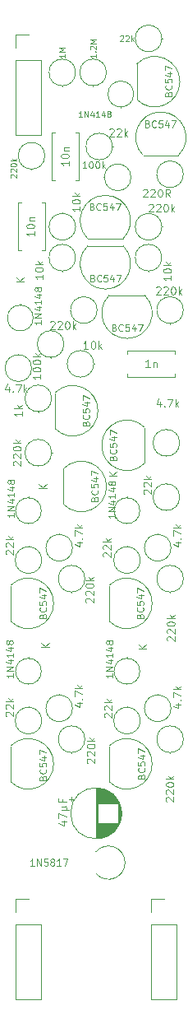
<source format=gto>
G04 #@! TF.GenerationSoftware,KiCad,Pcbnew,(5.1.9)-1*
G04 #@! TF.CreationDate,2022-06-14T08:32:34+02:00*
G04 #@! TF.ProjectId,Manual Gate Main,4d616e75-616c-4204-9761-7465204d6169,rev?*
G04 #@! TF.SameCoordinates,Original*
G04 #@! TF.FileFunction,Legend,Top*
G04 #@! TF.FilePolarity,Positive*
%FSLAX46Y46*%
G04 Gerber Fmt 4.6, Leading zero omitted, Abs format (unit mm)*
G04 Created by KiCad (PCBNEW (5.1.9)-1) date 2022-06-14 08:32:34*
%MOMM*%
%LPD*%
G01*
G04 APERTURE LIST*
%ADD10C,0.120000*%
%ADD11C,0.100000*%
%ADD12C,0.080000*%
G04 APERTURE END LIST*
D10*
G04 #@! TO.C,R1*
X4826000Y-34390000D02*
X4826000Y-34460000D01*
X6196000Y-33020000D02*
G75*
G03*
X6196000Y-33020000I-1370000J0D01*
G01*
G04 #@! TO.C,D12*
X12065000Y-8628871D02*
X12065000Y-8742500D01*
X13391371Y-7302500D02*
G75*
G03*
X13391371Y-7302500I-1326371J0D01*
G01*
G04 #@! TO.C,D9*
X12700000Y-48838629D02*
X12700000Y-48725000D01*
X14026371Y-50165000D02*
G75*
G03*
X14026371Y-50165000I-1326371J0D01*
G01*
G04 #@! TO.C,D8*
X12700000Y-65348629D02*
X12700000Y-65235000D01*
X14026371Y-66675000D02*
G75*
G03*
X14026371Y-66675000I-1326371J0D01*
G01*
G04 #@! TO.C,D5*
X2540000Y-48838629D02*
X2540000Y-48725000D01*
X3866371Y-50165000D02*
G75*
G03*
X3866371Y-50165000I-1326371J0D01*
G01*
G04 #@! TO.C,D2*
X1700000Y-29013629D02*
X1700000Y-28900000D01*
X3026371Y-30340000D02*
G75*
G03*
X3026371Y-30340000I-1326371J0D01*
G01*
G04 #@! TO.C,D1*
X2540000Y-65348629D02*
X2540000Y-65235000D01*
X3866371Y-66675000D02*
G75*
G03*
X3866371Y-66675000I-1326371J0D01*
G01*
G04 #@! TO.C,D7*
X9543449Y-87527366D02*
G75*
G03*
X9483847Y-85260000I1251551J1167366D01*
G01*
G04 #@! TO.C,R43*
X11212500Y-12700000D02*
G75*
G03*
X11212500Y-12700000I-1370000J0D01*
G01*
X11212500Y-12700000D02*
X11282500Y-12700000D01*
G04 #@! TO.C,R42*
X18515000Y-15557500D02*
G75*
G03*
X18515000Y-15557500I-1370000J0D01*
G01*
X15775000Y-15557500D02*
X15705000Y-15557500D01*
G04 #@! TO.C,R41*
X16292500Y-1587500D02*
G75*
G03*
X16292500Y-1587500I-1370000J0D01*
G01*
X16292500Y-1587500D02*
X16362500Y-1587500D01*
G04 #@! TO.C,R40*
X10577500Y-5080000D02*
G75*
G03*
X10577500Y-5080000I-1370000J0D01*
G01*
X9207500Y-6450000D02*
X9207500Y-6520000D01*
G04 #@! TO.C,R39*
X7402500Y-5080000D02*
G75*
G03*
X7402500Y-5080000I-1370000J0D01*
G01*
X6032500Y-6450000D02*
X6032500Y-6520000D01*
G04 #@! TO.C,R36*
X18515000Y-57150000D02*
G75*
G03*
X18515000Y-57150000I-1370000J0D01*
G01*
X17145000Y-58520000D02*
X17145000Y-58590000D01*
G04 #@! TO.C,R35*
X17245000Y-53975000D02*
G75*
G03*
X17245000Y-53975000I-1370000J0D01*
G01*
X15875000Y-52605000D02*
X15875000Y-52535000D01*
G04 #@! TO.C,R33*
X14070000Y-55245000D02*
G75*
G03*
X14070000Y-55245000I-1370000J0D01*
G01*
X12700000Y-53875000D02*
X12700000Y-53805000D01*
G04 #@! TO.C,R31*
X18134000Y-48768000D02*
G75*
G03*
X18134000Y-48768000I-1370000J0D01*
G01*
X16764000Y-47398000D02*
X16764000Y-47328000D01*
G04 #@! TO.C,R30*
X18515000Y-73660000D02*
G75*
G03*
X18515000Y-73660000I-1370000J0D01*
G01*
X17145000Y-75030000D02*
X17145000Y-75100000D01*
G04 #@! TO.C,R29*
X17245000Y-70485000D02*
G75*
G03*
X17245000Y-70485000I-1370000J0D01*
G01*
X15875000Y-69115000D02*
X15875000Y-69045000D01*
G04 #@! TO.C,R28*
X18134000Y-43180000D02*
G75*
G03*
X18134000Y-43180000I-1370000J0D01*
G01*
X16764000Y-41810000D02*
X16764000Y-41740000D01*
G04 #@! TO.C,R27*
X14070000Y-71755000D02*
G75*
G03*
X14070000Y-71755000I-1370000J0D01*
G01*
X12700000Y-70385000D02*
X12700000Y-70315000D01*
G04 #@! TO.C,R25*
X18515000Y-29527500D02*
G75*
G03*
X18515000Y-29527500I-1370000J0D01*
G01*
X17145000Y-30897500D02*
X17145000Y-30967500D01*
G04 #@! TO.C,R23*
X16292500Y-24130000D02*
G75*
G03*
X16292500Y-24130000I-1370000J0D01*
G01*
X14922500Y-25500000D02*
X14922500Y-25570000D01*
G04 #@! TO.C,R22*
X8355000Y-57150000D02*
G75*
G03*
X8355000Y-57150000I-1370000J0D01*
G01*
X6985000Y-58520000D02*
X6985000Y-58590000D01*
G04 #@! TO.C,R21*
X7085000Y-53975000D02*
G75*
G03*
X7085000Y-53975000I-1370000J0D01*
G01*
X5715000Y-52605000D02*
X5715000Y-52535000D01*
G04 #@! TO.C,R20*
X16292500Y-20955000D02*
G75*
G03*
X16292500Y-20955000I-1370000J0D01*
G01*
X16292500Y-20955000D02*
X16362500Y-20955000D01*
G04 #@! TO.C,R19*
X3910000Y-55245000D02*
G75*
G03*
X3910000Y-55245000I-1370000J0D01*
G01*
X2540000Y-53875000D02*
X2540000Y-53805000D01*
G04 #@! TO.C,R18*
X7402500Y-20955000D02*
G75*
G03*
X7402500Y-20955000I-1370000J0D01*
G01*
X6032500Y-19585000D02*
X6032500Y-19515000D01*
G04 #@! TO.C,R17*
X9625000Y-29527500D02*
G75*
G03*
X9625000Y-29527500I-1370000J0D01*
G01*
X6885000Y-29527500D02*
X6815000Y-29527500D01*
G04 #@! TO.C,R16*
X7402500Y-24130000D02*
G75*
G03*
X7402500Y-24130000I-1370000J0D01*
G01*
X6032500Y-25500000D02*
X6032500Y-25570000D01*
G04 #@! TO.C,R11*
X4926000Y-44196000D02*
G75*
G03*
X4926000Y-44196000I-1370000J0D01*
G01*
X4926000Y-44196000D02*
X4996000Y-44196000D01*
G04 #@! TO.C,R10*
X2870000Y-35500000D02*
G75*
G03*
X2870000Y-35500000I-1370000J0D01*
G01*
X1500000Y-34130000D02*
X1500000Y-34060000D01*
G04 #@! TO.C,R9*
X8355000Y-73660000D02*
G75*
G03*
X8355000Y-73660000I-1370000J0D01*
G01*
X6985000Y-75030000D02*
X6985000Y-75100000D01*
G04 #@! TO.C,R8*
X4227500Y-13652500D02*
G75*
G03*
X4227500Y-13652500I-1370000J0D01*
G01*
X2857500Y-15022500D02*
X2857500Y-15092500D01*
G04 #@! TO.C,R6*
X7085000Y-70485000D02*
G75*
G03*
X7085000Y-70485000I-1370000J0D01*
G01*
X5715000Y-69115000D02*
X5715000Y-69045000D01*
G04 #@! TO.C,R5*
X3910000Y-71755000D02*
G75*
G03*
X3910000Y-71755000I-1370000J0D01*
G01*
X2540000Y-70385000D02*
X2540000Y-70315000D01*
G04 #@! TO.C,R4*
X4926000Y-38608000D02*
G75*
G03*
X4926000Y-38608000I-1370000J0D01*
G01*
X3556000Y-39978000D02*
X3556000Y-40048000D01*
G04 #@! TO.C,R3*
X13117500Y-15875000D02*
G75*
G03*
X13117500Y-15875000I-1370000J0D01*
G01*
X10377500Y-15875000D02*
X10307500Y-15875000D01*
G04 #@! TO.C,R2*
X9270000Y-35052000D02*
G75*
G03*
X9270000Y-35052000I-1370000J0D01*
G01*
X9270000Y-35052000D02*
X9340000Y-35052000D01*
G04 #@! TO.C,J10*
X15180000Y-90110000D02*
X16510000Y-90110000D01*
X15180000Y-91440000D02*
X15180000Y-90110000D01*
X15180000Y-92710000D02*
X17840000Y-92710000D01*
X17840000Y-92710000D02*
X17840000Y-100390000D01*
X15180000Y-92710000D02*
X15180000Y-100390000D01*
X15180000Y-100390000D02*
X17840000Y-100390000D01*
G04 #@! TO.C,J9*
X1210000Y-90110000D02*
X2540000Y-90110000D01*
X1210000Y-91440000D02*
X1210000Y-90110000D01*
X1210000Y-92710000D02*
X3870000Y-92710000D01*
X3870000Y-92710000D02*
X3870000Y-100390000D01*
X1210000Y-92710000D02*
X1210000Y-100390000D01*
X1210000Y-100390000D02*
X3870000Y-100390000D01*
G04 #@! TO.C,J8*
X1210000Y-1210000D02*
X2540000Y-1210000D01*
X1210000Y-2540000D02*
X1210000Y-1210000D01*
X1210000Y-3810000D02*
X3870000Y-3810000D01*
X3870000Y-3810000D02*
X3870000Y-11490000D01*
X1210000Y-3810000D02*
X1210000Y-11490000D01*
X1210000Y-11490000D02*
X3870000Y-11490000D01*
G04 #@! TO.C,Q12*
X14392500Y-13597500D02*
X17992500Y-13597500D01*
X18030978Y-13585978D02*
G75*
G03*
X16192500Y-9147500I-1838478J1838478D01*
G01*
X14354022Y-13585978D02*
G75*
G02*
X16192500Y-9147500I1838478J1838478D01*
G01*
G04 #@! TO.C,Q11*
X13707500Y-4232500D02*
X13707500Y-7832500D01*
X13719022Y-7870978D02*
G75*
G03*
X18157500Y-6032500I1838478J1838478D01*
G01*
X13719022Y-4194022D02*
G75*
G02*
X18157500Y-6032500I1838478J-1838478D01*
G01*
G04 #@! TO.C,Q10*
X10850000Y-57890000D02*
X10850000Y-61490000D01*
X10861522Y-61528478D02*
G75*
G03*
X15300000Y-59690000I1838478J1838478D01*
G01*
X10861522Y-57851522D02*
G75*
G02*
X15300000Y-59690000I1838478J-1838478D01*
G01*
G04 #@! TO.C,Q9*
X10850000Y-74400000D02*
X10850000Y-78000000D01*
X10861522Y-78038478D02*
G75*
G03*
X15300000Y-76200000I1838478J1838478D01*
G01*
X10861522Y-74361522D02*
G75*
G02*
X15300000Y-76200000I1838478J-1838478D01*
G01*
G04 #@! TO.C,Q8*
X14550000Y-45234000D02*
X14550000Y-41634000D01*
X14538478Y-41595522D02*
G75*
G03*
X10100000Y-43434000I-1838478J-1838478D01*
G01*
X14538478Y-45272478D02*
G75*
G02*
X10100000Y-43434000I-1838478J1838478D01*
G01*
G04 #@! TO.C,Q7*
X690000Y-57890000D02*
X690000Y-61490000D01*
X701522Y-61528478D02*
G75*
G03*
X5140000Y-59690000I1838478J1838478D01*
G01*
X701522Y-57851522D02*
G75*
G02*
X5140000Y-59690000I1838478J-1838478D01*
G01*
G04 #@! TO.C,Q6*
X14500000Y-27995000D02*
X10900000Y-27995000D01*
X10861522Y-28006522D02*
G75*
G03*
X12700000Y-32445000I1838478J-1838478D01*
G01*
X14538478Y-28006522D02*
G75*
G02*
X12700000Y-32445000I-1838478J-1838478D01*
G01*
G04 #@! TO.C,Q5*
X12277500Y-22915000D02*
X8677500Y-22915000D01*
X8639022Y-22926522D02*
G75*
G03*
X10477500Y-27365000I1838478J-1838478D01*
G01*
X12315978Y-22926522D02*
G75*
G02*
X10477500Y-27365000I-1838478J-1838478D01*
G01*
G04 #@! TO.C,Q4*
X6150000Y-45870000D02*
X6150000Y-49470000D01*
X6161522Y-49508478D02*
G75*
G03*
X10600000Y-47670000I1838478J1838478D01*
G01*
X6161522Y-45831522D02*
G75*
G02*
X10600000Y-47670000I1838478J-1838478D01*
G01*
G04 #@! TO.C,Q3*
X690000Y-74400000D02*
X690000Y-78000000D01*
X701522Y-78038478D02*
G75*
G03*
X5140000Y-76200000I1838478J1838478D01*
G01*
X701522Y-74361522D02*
G75*
G02*
X5140000Y-76200000I1838478J-1838478D01*
G01*
G04 #@! TO.C,Q2*
X8677500Y-22170000D02*
X12277500Y-22170000D01*
X12315978Y-22158478D02*
G75*
G03*
X10477500Y-17720000I-1838478J1838478D01*
G01*
X8639022Y-22158478D02*
G75*
G02*
X10477500Y-17720000I1838478J1838478D01*
G01*
G04 #@! TO.C,Q1*
X5262000Y-38078000D02*
X5262000Y-41678000D01*
X5273522Y-41716478D02*
G75*
G03*
X9712000Y-39878000I1838478J1838478D01*
G01*
X5273522Y-38039522D02*
G75*
G02*
X9712000Y-39878000I1838478J-1838478D01*
G01*
G04 #@! TO.C,C5*
X12125000Y-81280000D02*
G75*
G03*
X12125000Y-81280000I-2620000J0D01*
G01*
X9505000Y-78700000D02*
X9505000Y-83860000D01*
X9545000Y-78700000D02*
X9545000Y-83860000D01*
X9585000Y-78701000D02*
X9585000Y-83859000D01*
X9625000Y-78702000D02*
X9625000Y-83858000D01*
X9665000Y-78704000D02*
X9665000Y-83856000D01*
X9705000Y-78707000D02*
X9705000Y-83853000D01*
X9745000Y-78711000D02*
X9745000Y-80240000D01*
X9745000Y-82320000D02*
X9745000Y-83849000D01*
X9785000Y-78715000D02*
X9785000Y-80240000D01*
X9785000Y-82320000D02*
X9785000Y-83845000D01*
X9825000Y-78719000D02*
X9825000Y-80240000D01*
X9825000Y-82320000D02*
X9825000Y-83841000D01*
X9865000Y-78724000D02*
X9865000Y-80240000D01*
X9865000Y-82320000D02*
X9865000Y-83836000D01*
X9905000Y-78730000D02*
X9905000Y-80240000D01*
X9905000Y-82320000D02*
X9905000Y-83830000D01*
X9945000Y-78737000D02*
X9945000Y-80240000D01*
X9945000Y-82320000D02*
X9945000Y-83823000D01*
X9985000Y-78744000D02*
X9985000Y-80240000D01*
X9985000Y-82320000D02*
X9985000Y-83816000D01*
X10025000Y-78752000D02*
X10025000Y-80240000D01*
X10025000Y-82320000D02*
X10025000Y-83808000D01*
X10065000Y-78760000D02*
X10065000Y-80240000D01*
X10065000Y-82320000D02*
X10065000Y-83800000D01*
X10105000Y-78769000D02*
X10105000Y-80240000D01*
X10105000Y-82320000D02*
X10105000Y-83791000D01*
X10145000Y-78779000D02*
X10145000Y-80240000D01*
X10145000Y-82320000D02*
X10145000Y-83781000D01*
X10185000Y-78789000D02*
X10185000Y-80240000D01*
X10185000Y-82320000D02*
X10185000Y-83771000D01*
X10226000Y-78800000D02*
X10226000Y-80240000D01*
X10226000Y-82320000D02*
X10226000Y-83760000D01*
X10266000Y-78812000D02*
X10266000Y-80240000D01*
X10266000Y-82320000D02*
X10266000Y-83748000D01*
X10306000Y-78825000D02*
X10306000Y-80240000D01*
X10306000Y-82320000D02*
X10306000Y-83735000D01*
X10346000Y-78838000D02*
X10346000Y-80240000D01*
X10346000Y-82320000D02*
X10346000Y-83722000D01*
X10386000Y-78852000D02*
X10386000Y-80240000D01*
X10386000Y-82320000D02*
X10386000Y-83708000D01*
X10426000Y-78866000D02*
X10426000Y-80240000D01*
X10426000Y-82320000D02*
X10426000Y-83694000D01*
X10466000Y-78882000D02*
X10466000Y-80240000D01*
X10466000Y-82320000D02*
X10466000Y-83678000D01*
X10506000Y-78898000D02*
X10506000Y-80240000D01*
X10506000Y-82320000D02*
X10506000Y-83662000D01*
X10546000Y-78915000D02*
X10546000Y-80240000D01*
X10546000Y-82320000D02*
X10546000Y-83645000D01*
X10586000Y-78932000D02*
X10586000Y-80240000D01*
X10586000Y-82320000D02*
X10586000Y-83628000D01*
X10626000Y-78951000D02*
X10626000Y-80240000D01*
X10626000Y-82320000D02*
X10626000Y-83609000D01*
X10666000Y-78970000D02*
X10666000Y-80240000D01*
X10666000Y-82320000D02*
X10666000Y-83590000D01*
X10706000Y-78990000D02*
X10706000Y-80240000D01*
X10706000Y-82320000D02*
X10706000Y-83570000D01*
X10746000Y-79012000D02*
X10746000Y-80240000D01*
X10746000Y-82320000D02*
X10746000Y-83548000D01*
X10786000Y-79033000D02*
X10786000Y-80240000D01*
X10786000Y-82320000D02*
X10786000Y-83527000D01*
X10826000Y-79056000D02*
X10826000Y-80240000D01*
X10826000Y-82320000D02*
X10826000Y-83504000D01*
X10866000Y-79080000D02*
X10866000Y-80240000D01*
X10866000Y-82320000D02*
X10866000Y-83480000D01*
X10906000Y-79105000D02*
X10906000Y-80240000D01*
X10906000Y-82320000D02*
X10906000Y-83455000D01*
X10946000Y-79131000D02*
X10946000Y-80240000D01*
X10946000Y-82320000D02*
X10946000Y-83429000D01*
X10986000Y-79158000D02*
X10986000Y-80240000D01*
X10986000Y-82320000D02*
X10986000Y-83402000D01*
X11026000Y-79185000D02*
X11026000Y-80240000D01*
X11026000Y-82320000D02*
X11026000Y-83375000D01*
X11066000Y-79215000D02*
X11066000Y-80240000D01*
X11066000Y-82320000D02*
X11066000Y-83345000D01*
X11106000Y-79245000D02*
X11106000Y-80240000D01*
X11106000Y-82320000D02*
X11106000Y-83315000D01*
X11146000Y-79276000D02*
X11146000Y-80240000D01*
X11146000Y-82320000D02*
X11146000Y-83284000D01*
X11186000Y-79309000D02*
X11186000Y-80240000D01*
X11186000Y-82320000D02*
X11186000Y-83251000D01*
X11226000Y-79343000D02*
X11226000Y-80240000D01*
X11226000Y-82320000D02*
X11226000Y-83217000D01*
X11266000Y-79379000D02*
X11266000Y-80240000D01*
X11266000Y-82320000D02*
X11266000Y-83181000D01*
X11306000Y-79416000D02*
X11306000Y-80240000D01*
X11306000Y-82320000D02*
X11306000Y-83144000D01*
X11346000Y-79454000D02*
X11346000Y-80240000D01*
X11346000Y-82320000D02*
X11346000Y-83106000D01*
X11386000Y-79495000D02*
X11386000Y-80240000D01*
X11386000Y-82320000D02*
X11386000Y-83065000D01*
X11426000Y-79537000D02*
X11426000Y-80240000D01*
X11426000Y-82320000D02*
X11426000Y-83023000D01*
X11466000Y-79581000D02*
X11466000Y-80240000D01*
X11466000Y-82320000D02*
X11466000Y-82979000D01*
X11506000Y-79627000D02*
X11506000Y-80240000D01*
X11506000Y-82320000D02*
X11506000Y-82933000D01*
X11546000Y-79675000D02*
X11546000Y-80240000D01*
X11546000Y-82320000D02*
X11546000Y-82885000D01*
X11586000Y-79726000D02*
X11586000Y-80240000D01*
X11586000Y-82320000D02*
X11586000Y-82834000D01*
X11626000Y-79780000D02*
X11626000Y-80240000D01*
X11626000Y-82320000D02*
X11626000Y-82780000D01*
X11666000Y-79837000D02*
X11666000Y-80240000D01*
X11666000Y-82320000D02*
X11666000Y-82723000D01*
X11706000Y-79897000D02*
X11706000Y-80240000D01*
X11706000Y-82320000D02*
X11706000Y-82663000D01*
X11746000Y-79961000D02*
X11746000Y-80240000D01*
X11746000Y-82320000D02*
X11746000Y-82599000D01*
X11786000Y-80029000D02*
X11786000Y-80240000D01*
X11786000Y-82320000D02*
X11786000Y-82531000D01*
X11826000Y-80102000D02*
X11826000Y-82458000D01*
X11866000Y-80182000D02*
X11866000Y-82378000D01*
X11906000Y-80269000D02*
X11906000Y-82291000D01*
X11946000Y-80365000D02*
X11946000Y-82195000D01*
X11986000Y-80475000D02*
X11986000Y-82085000D01*
X12026000Y-80603000D02*
X12026000Y-81957000D01*
X12066000Y-80762000D02*
X12066000Y-81798000D01*
X12106000Y-80996000D02*
X12106000Y-81564000D01*
X6700225Y-79805000D02*
X7200225Y-79805000D01*
X6950225Y-79555000D02*
X6950225Y-80055000D01*
G04 #@! TO.C,C4*
X4227500Y-18445000D02*
X4227500Y-23385000D01*
X1487500Y-18445000D02*
X1487500Y-23385000D01*
X4227500Y-18445000D02*
X3912500Y-18445000D01*
X1802500Y-18445000D02*
X1487500Y-18445000D01*
X4227500Y-23385000D02*
X3912500Y-23385000D01*
X1802500Y-23385000D02*
X1487500Y-23385000D01*
G04 #@! TO.C,C3*
X4980000Y-16162500D02*
X4980000Y-11222500D01*
X7720000Y-16162500D02*
X7720000Y-11222500D01*
X4980000Y-16162500D02*
X5295000Y-16162500D01*
X7405000Y-16162500D02*
X7720000Y-16162500D01*
X4980000Y-11222500D02*
X5295000Y-11222500D01*
X7405000Y-11222500D02*
X7720000Y-11222500D01*
G04 #@! TO.C,C2*
X12730000Y-33682000D02*
X17670000Y-33682000D01*
X12730000Y-36422000D02*
X17670000Y-36422000D01*
X12730000Y-33682000D02*
X12730000Y-33997000D01*
X12730000Y-36107000D02*
X12730000Y-36422000D01*
X17670000Y-33682000D02*
X17670000Y-33997000D01*
X17670000Y-36107000D02*
X17670000Y-36422000D01*
G04 #@! TO.C,R1*
D11*
X3790904Y-36163142D02*
X3790904Y-36620285D01*
X3790904Y-36391714D02*
X2990904Y-36391714D01*
X3105190Y-36467904D01*
X3181380Y-36544095D01*
X3219476Y-36620285D01*
X2990904Y-35667904D02*
X2990904Y-35591714D01*
X3029000Y-35515523D01*
X3067095Y-35477428D01*
X3143285Y-35439333D01*
X3295666Y-35401238D01*
X3486142Y-35401238D01*
X3638523Y-35439333D01*
X3714714Y-35477428D01*
X3752809Y-35515523D01*
X3790904Y-35591714D01*
X3790904Y-35667904D01*
X3752809Y-35744095D01*
X3714714Y-35782190D01*
X3638523Y-35820285D01*
X3486142Y-35858380D01*
X3295666Y-35858380D01*
X3143285Y-35820285D01*
X3067095Y-35782190D01*
X3029000Y-35744095D01*
X2990904Y-35667904D01*
X2990904Y-34906000D02*
X2990904Y-34829809D01*
X3029000Y-34753619D01*
X3067095Y-34715523D01*
X3143285Y-34677428D01*
X3295666Y-34639333D01*
X3486142Y-34639333D01*
X3638523Y-34677428D01*
X3714714Y-34715523D01*
X3752809Y-34753619D01*
X3790904Y-34829809D01*
X3790904Y-34906000D01*
X3752809Y-34982190D01*
X3714714Y-35020285D01*
X3638523Y-35058380D01*
X3486142Y-35096476D01*
X3295666Y-35096476D01*
X3143285Y-35058380D01*
X3067095Y-35020285D01*
X3029000Y-34982190D01*
X2990904Y-34906000D01*
X3790904Y-34296476D02*
X2990904Y-34296476D01*
X3486142Y-34220285D02*
X3790904Y-33991714D01*
X3257571Y-33991714D02*
X3562333Y-34296476D01*
G04 #@! TO.C,D12*
D12*
X8095428Y-9669428D02*
X7752571Y-9669428D01*
X7924000Y-9669428D02*
X7924000Y-9069428D01*
X7866857Y-9155142D01*
X7809714Y-9212285D01*
X7752571Y-9240857D01*
X8352571Y-9669428D02*
X8352571Y-9069428D01*
X8695428Y-9669428D01*
X8695428Y-9069428D01*
X9238285Y-9269428D02*
X9238285Y-9669428D01*
X9095428Y-9040857D02*
X8952571Y-9469428D01*
X9324000Y-9469428D01*
X9866857Y-9669428D02*
X9524000Y-9669428D01*
X9695428Y-9669428D02*
X9695428Y-9069428D01*
X9638285Y-9155142D01*
X9581142Y-9212285D01*
X9524000Y-9240857D01*
X10381142Y-9269428D02*
X10381142Y-9669428D01*
X10238285Y-9040857D02*
X10095428Y-9469428D01*
X10466857Y-9469428D01*
X10781142Y-9326571D02*
X10724000Y-9298000D01*
X10695428Y-9269428D01*
X10666857Y-9212285D01*
X10666857Y-9183714D01*
X10695428Y-9126571D01*
X10724000Y-9098000D01*
X10781142Y-9069428D01*
X10895428Y-9069428D01*
X10952571Y-9098000D01*
X10981142Y-9126571D01*
X11009714Y-9183714D01*
X11009714Y-9212285D01*
X10981142Y-9269428D01*
X10952571Y-9298000D01*
X10895428Y-9326571D01*
X10781142Y-9326571D01*
X10724000Y-9355142D01*
X10695428Y-9383714D01*
X10666857Y-9440857D01*
X10666857Y-9555142D01*
X10695428Y-9612285D01*
X10724000Y-9640857D01*
X10781142Y-9669428D01*
X10895428Y-9669428D01*
X10952571Y-9640857D01*
X10981142Y-9612285D01*
X11009714Y-9555142D01*
X11009714Y-9440857D01*
X10981142Y-9383714D01*
X10952571Y-9355142D01*
X10895428Y-9326571D01*
G04 #@! TO.C,D9*
X11492666Y-50522000D02*
X11492666Y-50922000D01*
X11492666Y-50722000D02*
X10792666Y-50722000D01*
X10892666Y-50788666D01*
X10959333Y-50855333D01*
X10992666Y-50922000D01*
X11492666Y-50222000D02*
X10792666Y-50222000D01*
X11492666Y-49822000D01*
X10792666Y-49822000D01*
X11026000Y-49188666D02*
X11492666Y-49188666D01*
X10759333Y-49355333D02*
X11259333Y-49522000D01*
X11259333Y-49088666D01*
X11492666Y-48455333D02*
X11492666Y-48855333D01*
X11492666Y-48655333D02*
X10792666Y-48655333D01*
X10892666Y-48722000D01*
X10959333Y-48788666D01*
X10992666Y-48855333D01*
X11026000Y-47855333D02*
X11492666Y-47855333D01*
X10759333Y-48022000D02*
X11259333Y-48188666D01*
X11259333Y-47755333D01*
X11092666Y-47388666D02*
X11059333Y-47455333D01*
X11026000Y-47488666D01*
X10959333Y-47522000D01*
X10926000Y-47522000D01*
X10859333Y-47488666D01*
X10826000Y-47455333D01*
X10792666Y-47388666D01*
X10792666Y-47255333D01*
X10826000Y-47188666D01*
X10859333Y-47155333D01*
X10926000Y-47122000D01*
X10959333Y-47122000D01*
X11026000Y-47155333D01*
X11059333Y-47188666D01*
X11092666Y-47255333D01*
X11092666Y-47388666D01*
X11126000Y-47455333D01*
X11159333Y-47488666D01*
X11226000Y-47522000D01*
X11359333Y-47522000D01*
X11426000Y-47488666D01*
X11459333Y-47455333D01*
X11492666Y-47388666D01*
X11492666Y-47255333D01*
X11459333Y-47188666D01*
X11426000Y-47155333D01*
X11359333Y-47122000D01*
X11226000Y-47122000D01*
X11159333Y-47155333D01*
X11126000Y-47188666D01*
X11092666Y-47255333D01*
D11*
X11664904Y-46564523D02*
X10864904Y-46564523D01*
X11664904Y-46107380D02*
X11207761Y-46450238D01*
X10864904Y-46107380D02*
X11322047Y-46564523D01*
G04 #@! TO.C,D8*
D12*
X11238666Y-66905000D02*
X11238666Y-67305000D01*
X11238666Y-67105000D02*
X10538666Y-67105000D01*
X10638666Y-67171666D01*
X10705333Y-67238333D01*
X10738666Y-67305000D01*
X11238666Y-66605000D02*
X10538666Y-66605000D01*
X11238666Y-66205000D01*
X10538666Y-66205000D01*
X10772000Y-65571666D02*
X11238666Y-65571666D01*
X10505333Y-65738333D02*
X11005333Y-65905000D01*
X11005333Y-65471666D01*
X11238666Y-64838333D02*
X11238666Y-65238333D01*
X11238666Y-65038333D02*
X10538666Y-65038333D01*
X10638666Y-65105000D01*
X10705333Y-65171666D01*
X10738666Y-65238333D01*
X10772000Y-64238333D02*
X11238666Y-64238333D01*
X10505333Y-64405000D02*
X11005333Y-64571666D01*
X11005333Y-64138333D01*
X10838666Y-63771666D02*
X10805333Y-63838333D01*
X10772000Y-63871666D01*
X10705333Y-63905000D01*
X10672000Y-63905000D01*
X10605333Y-63871666D01*
X10572000Y-63838333D01*
X10538666Y-63771666D01*
X10538666Y-63638333D01*
X10572000Y-63571666D01*
X10605333Y-63538333D01*
X10672000Y-63505000D01*
X10705333Y-63505000D01*
X10772000Y-63538333D01*
X10805333Y-63571666D01*
X10838666Y-63638333D01*
X10838666Y-63771666D01*
X10872000Y-63838333D01*
X10905333Y-63871666D01*
X10972000Y-63905000D01*
X11105333Y-63905000D01*
X11172000Y-63871666D01*
X11205333Y-63838333D01*
X11238666Y-63771666D01*
X11238666Y-63638333D01*
X11205333Y-63571666D01*
X11172000Y-63538333D01*
X11105333Y-63505000D01*
X10972000Y-63505000D01*
X10905333Y-63538333D01*
X10872000Y-63571666D01*
X10838666Y-63638333D01*
D11*
X14712904Y-64344523D02*
X13912904Y-64344523D01*
X14712904Y-63887380D02*
X14255761Y-64230238D01*
X13912904Y-63887380D02*
X14370047Y-64344523D01*
G04 #@! TO.C,D5*
D12*
X1078666Y-50395000D02*
X1078666Y-50795000D01*
X1078666Y-50595000D02*
X378666Y-50595000D01*
X478666Y-50661666D01*
X545333Y-50728333D01*
X578666Y-50795000D01*
X1078666Y-50095000D02*
X378666Y-50095000D01*
X1078666Y-49695000D01*
X378666Y-49695000D01*
X612000Y-49061666D02*
X1078666Y-49061666D01*
X345333Y-49228333D02*
X845333Y-49395000D01*
X845333Y-48961666D01*
X1078666Y-48328333D02*
X1078666Y-48728333D01*
X1078666Y-48528333D02*
X378666Y-48528333D01*
X478666Y-48595000D01*
X545333Y-48661666D01*
X578666Y-48728333D01*
X612000Y-47728333D02*
X1078666Y-47728333D01*
X345333Y-47895000D02*
X845333Y-48061666D01*
X845333Y-47628333D01*
X678666Y-47261666D02*
X645333Y-47328333D01*
X612000Y-47361666D01*
X545333Y-47395000D01*
X512000Y-47395000D01*
X445333Y-47361666D01*
X412000Y-47328333D01*
X378666Y-47261666D01*
X378666Y-47128333D01*
X412000Y-47061666D01*
X445333Y-47028333D01*
X512000Y-46995000D01*
X545333Y-46995000D01*
X612000Y-47028333D01*
X645333Y-47061666D01*
X678666Y-47128333D01*
X678666Y-47261666D01*
X712000Y-47328333D01*
X745333Y-47361666D01*
X812000Y-47395000D01*
X945333Y-47395000D01*
X1012000Y-47361666D01*
X1045333Y-47328333D01*
X1078666Y-47261666D01*
X1078666Y-47128333D01*
X1045333Y-47061666D01*
X1012000Y-47028333D01*
X945333Y-46995000D01*
X812000Y-46995000D01*
X745333Y-47028333D01*
X712000Y-47061666D01*
X678666Y-47128333D01*
D11*
X4425904Y-47834523D02*
X3625904Y-47834523D01*
X4425904Y-47377380D02*
X3968761Y-47720238D01*
X3625904Y-47377380D02*
X4083047Y-47834523D01*
G04 #@! TO.C,D2*
D12*
X3872666Y-30583000D02*
X3872666Y-30983000D01*
X3872666Y-30783000D02*
X3172666Y-30783000D01*
X3272666Y-30849666D01*
X3339333Y-30916333D01*
X3372666Y-30983000D01*
X3872666Y-30283000D02*
X3172666Y-30283000D01*
X3872666Y-29883000D01*
X3172666Y-29883000D01*
X3406000Y-29249666D02*
X3872666Y-29249666D01*
X3139333Y-29416333D02*
X3639333Y-29583000D01*
X3639333Y-29149666D01*
X3872666Y-28516333D02*
X3872666Y-28916333D01*
X3872666Y-28716333D02*
X3172666Y-28716333D01*
X3272666Y-28783000D01*
X3339333Y-28849666D01*
X3372666Y-28916333D01*
X3406000Y-27916333D02*
X3872666Y-27916333D01*
X3139333Y-28083000D02*
X3639333Y-28249666D01*
X3639333Y-27816333D01*
X3472666Y-27449666D02*
X3439333Y-27516333D01*
X3406000Y-27549666D01*
X3339333Y-27583000D01*
X3306000Y-27583000D01*
X3239333Y-27549666D01*
X3206000Y-27516333D01*
X3172666Y-27449666D01*
X3172666Y-27316333D01*
X3206000Y-27249666D01*
X3239333Y-27216333D01*
X3306000Y-27183000D01*
X3339333Y-27183000D01*
X3406000Y-27216333D01*
X3439333Y-27249666D01*
X3472666Y-27316333D01*
X3472666Y-27449666D01*
X3506000Y-27516333D01*
X3539333Y-27549666D01*
X3606000Y-27583000D01*
X3739333Y-27583000D01*
X3806000Y-27549666D01*
X3839333Y-27516333D01*
X3872666Y-27449666D01*
X3872666Y-27316333D01*
X3839333Y-27249666D01*
X3806000Y-27216333D01*
X3739333Y-27183000D01*
X3606000Y-27183000D01*
X3539333Y-27216333D01*
X3506000Y-27249666D01*
X3472666Y-27316333D01*
D11*
X2061904Y-26625523D02*
X1261904Y-26625523D01*
X2061904Y-26168380D02*
X1604761Y-26511238D01*
X1261904Y-26168380D02*
X1719047Y-26625523D01*
G04 #@! TO.C,D1*
D12*
X951666Y-66905000D02*
X951666Y-67305000D01*
X951666Y-67105000D02*
X251666Y-67105000D01*
X351666Y-67171666D01*
X418333Y-67238333D01*
X451666Y-67305000D01*
X951666Y-66605000D02*
X251666Y-66605000D01*
X951666Y-66205000D01*
X251666Y-66205000D01*
X485000Y-65571666D02*
X951666Y-65571666D01*
X218333Y-65738333D02*
X718333Y-65905000D01*
X718333Y-65471666D01*
X951666Y-64838333D02*
X951666Y-65238333D01*
X951666Y-65038333D02*
X251666Y-65038333D01*
X351666Y-65105000D01*
X418333Y-65171666D01*
X451666Y-65238333D01*
X485000Y-64238333D02*
X951666Y-64238333D01*
X218333Y-64405000D02*
X718333Y-64571666D01*
X718333Y-64138333D01*
X551666Y-63771666D02*
X518333Y-63838333D01*
X485000Y-63871666D01*
X418333Y-63905000D01*
X385000Y-63905000D01*
X318333Y-63871666D01*
X285000Y-63838333D01*
X251666Y-63771666D01*
X251666Y-63638333D01*
X285000Y-63571666D01*
X318333Y-63538333D01*
X385000Y-63505000D01*
X418333Y-63505000D01*
X485000Y-63538333D01*
X518333Y-63571666D01*
X551666Y-63638333D01*
X551666Y-63771666D01*
X585000Y-63838333D01*
X618333Y-63871666D01*
X685000Y-63905000D01*
X818333Y-63905000D01*
X885000Y-63871666D01*
X918333Y-63838333D01*
X951666Y-63771666D01*
X951666Y-63638333D01*
X918333Y-63571666D01*
X885000Y-63538333D01*
X818333Y-63505000D01*
X685000Y-63505000D01*
X618333Y-63538333D01*
X585000Y-63571666D01*
X551666Y-63638333D01*
D11*
X4679904Y-64217523D02*
X3879904Y-64217523D01*
X4679904Y-63760380D02*
X4222761Y-64103238D01*
X3879904Y-63760380D02*
X4337047Y-64217523D01*
G04 #@! TO.C,D7*
D12*
X3145666Y-86676666D02*
X2745666Y-86676666D01*
X2945666Y-86676666D02*
X2945666Y-85976666D01*
X2879000Y-86076666D01*
X2812333Y-86143333D01*
X2745666Y-86176666D01*
X3445666Y-86676666D02*
X3445666Y-85976666D01*
X3845666Y-86676666D01*
X3845666Y-85976666D01*
X4512333Y-85976666D02*
X4179000Y-85976666D01*
X4145666Y-86310000D01*
X4179000Y-86276666D01*
X4245666Y-86243333D01*
X4412333Y-86243333D01*
X4479000Y-86276666D01*
X4512333Y-86310000D01*
X4545666Y-86376666D01*
X4545666Y-86543333D01*
X4512333Y-86610000D01*
X4479000Y-86643333D01*
X4412333Y-86676666D01*
X4245666Y-86676666D01*
X4179000Y-86643333D01*
X4145666Y-86610000D01*
X4945666Y-86276666D02*
X4879000Y-86243333D01*
X4845666Y-86210000D01*
X4812333Y-86143333D01*
X4812333Y-86110000D01*
X4845666Y-86043333D01*
X4879000Y-86010000D01*
X4945666Y-85976666D01*
X5079000Y-85976666D01*
X5145666Y-86010000D01*
X5179000Y-86043333D01*
X5212333Y-86110000D01*
X5212333Y-86143333D01*
X5179000Y-86210000D01*
X5145666Y-86243333D01*
X5079000Y-86276666D01*
X4945666Y-86276666D01*
X4879000Y-86310000D01*
X4845666Y-86343333D01*
X4812333Y-86410000D01*
X4812333Y-86543333D01*
X4845666Y-86610000D01*
X4879000Y-86643333D01*
X4945666Y-86676666D01*
X5079000Y-86676666D01*
X5145666Y-86643333D01*
X5179000Y-86610000D01*
X5212333Y-86543333D01*
X5212333Y-86410000D01*
X5179000Y-86343333D01*
X5145666Y-86310000D01*
X5079000Y-86276666D01*
X5879000Y-86676666D02*
X5479000Y-86676666D01*
X5679000Y-86676666D02*
X5679000Y-85976666D01*
X5612333Y-86076666D01*
X5545666Y-86143333D01*
X5479000Y-86176666D01*
X6112333Y-85976666D02*
X6579000Y-85976666D01*
X6279000Y-86676666D01*
G04 #@! TO.C,R43*
D11*
X10877666Y-10941095D02*
X10915761Y-10903000D01*
X10991952Y-10864904D01*
X11182428Y-10864904D01*
X11258619Y-10903000D01*
X11296714Y-10941095D01*
X11334809Y-11017285D01*
X11334809Y-11093476D01*
X11296714Y-11207761D01*
X10839571Y-11664904D01*
X11334809Y-11664904D01*
X11639571Y-10941095D02*
X11677666Y-10903000D01*
X11753857Y-10864904D01*
X11944333Y-10864904D01*
X12020523Y-10903000D01*
X12058619Y-10941095D01*
X12096714Y-11017285D01*
X12096714Y-11093476D01*
X12058619Y-11207761D01*
X11601476Y-11664904D01*
X12096714Y-11664904D01*
X12439571Y-11664904D02*
X12439571Y-10864904D01*
X12515761Y-11360142D02*
X12744333Y-11664904D01*
X12744333Y-11131571D02*
X12439571Y-11436333D01*
G04 #@! TO.C,R42*
X14357523Y-17164095D02*
X14395619Y-17126000D01*
X14471809Y-17087904D01*
X14662285Y-17087904D01*
X14738476Y-17126000D01*
X14776571Y-17164095D01*
X14814666Y-17240285D01*
X14814666Y-17316476D01*
X14776571Y-17430761D01*
X14319428Y-17887904D01*
X14814666Y-17887904D01*
X15119428Y-17164095D02*
X15157523Y-17126000D01*
X15233714Y-17087904D01*
X15424190Y-17087904D01*
X15500380Y-17126000D01*
X15538476Y-17164095D01*
X15576571Y-17240285D01*
X15576571Y-17316476D01*
X15538476Y-17430761D01*
X15081333Y-17887904D01*
X15576571Y-17887904D01*
X16071809Y-17087904D02*
X16148000Y-17087904D01*
X16224190Y-17126000D01*
X16262285Y-17164095D01*
X16300380Y-17240285D01*
X16338476Y-17392666D01*
X16338476Y-17583142D01*
X16300380Y-17735523D01*
X16262285Y-17811714D01*
X16224190Y-17849809D01*
X16148000Y-17887904D01*
X16071809Y-17887904D01*
X15995619Y-17849809D01*
X15957523Y-17811714D01*
X15919428Y-17735523D01*
X15881333Y-17583142D01*
X15881333Y-17392666D01*
X15919428Y-17240285D01*
X15957523Y-17164095D01*
X15995619Y-17126000D01*
X16071809Y-17087904D01*
X17138476Y-17887904D02*
X16871809Y-17506952D01*
X16681333Y-17887904D02*
X16681333Y-17087904D01*
X16986095Y-17087904D01*
X17062285Y-17126000D01*
X17100380Y-17164095D01*
X17138476Y-17240285D01*
X17138476Y-17354571D01*
X17100380Y-17430761D01*
X17062285Y-17468857D01*
X16986095Y-17506952D01*
X16681333Y-17506952D01*
G04 #@! TO.C,R41*
D12*
X11986214Y-1316071D02*
X12014785Y-1287500D01*
X12071928Y-1258928D01*
X12214785Y-1258928D01*
X12271928Y-1287500D01*
X12300500Y-1316071D01*
X12329071Y-1373214D01*
X12329071Y-1430357D01*
X12300500Y-1516071D01*
X11957642Y-1858928D01*
X12329071Y-1858928D01*
X12557642Y-1316071D02*
X12586214Y-1287500D01*
X12643357Y-1258928D01*
X12786214Y-1258928D01*
X12843357Y-1287500D01*
X12871928Y-1316071D01*
X12900500Y-1373214D01*
X12900500Y-1430357D01*
X12871928Y-1516071D01*
X12529071Y-1858928D01*
X12900500Y-1858928D01*
X13157642Y-1858928D02*
X13157642Y-1258928D01*
X13214785Y-1630357D02*
X13386214Y-1858928D01*
X13386214Y-1458928D02*
X13157642Y-1687500D01*
G04 #@! TO.C,R40*
X9478928Y-3200857D02*
X9478928Y-3543714D01*
X9478928Y-3372285D02*
X8878928Y-3372285D01*
X8964642Y-3429428D01*
X9021785Y-3486571D01*
X9050357Y-3543714D01*
X9421785Y-2943714D02*
X9450357Y-2915142D01*
X9478928Y-2943714D01*
X9450357Y-2972285D01*
X9421785Y-2943714D01*
X9478928Y-2943714D01*
X8936071Y-2686571D02*
X8907500Y-2658000D01*
X8878928Y-2600857D01*
X8878928Y-2458000D01*
X8907500Y-2400857D01*
X8936071Y-2372285D01*
X8993214Y-2343714D01*
X9050357Y-2343714D01*
X9136071Y-2372285D01*
X9478928Y-2715142D01*
X9478928Y-2343714D01*
X9478928Y-2086571D02*
X8878928Y-2086571D01*
X9307500Y-1886571D01*
X8878928Y-1686571D01*
X9478928Y-1686571D01*
G04 #@! TO.C,R39*
X6303928Y-3200857D02*
X6303928Y-3543714D01*
X6303928Y-3372285D02*
X5703928Y-3372285D01*
X5789642Y-3429428D01*
X5846785Y-3486571D01*
X5875357Y-3543714D01*
X6303928Y-2943714D02*
X5703928Y-2943714D01*
X6132500Y-2743714D01*
X5703928Y-2543714D01*
X6303928Y-2543714D01*
G04 #@! TO.C,R36*
D11*
X16910095Y-63544285D02*
X16872000Y-63506190D01*
X16833904Y-63430000D01*
X16833904Y-63239523D01*
X16872000Y-63163333D01*
X16910095Y-63125238D01*
X16986285Y-63087142D01*
X17062476Y-63087142D01*
X17176761Y-63125238D01*
X17633904Y-63582380D01*
X17633904Y-63087142D01*
X16910095Y-62782380D02*
X16872000Y-62744285D01*
X16833904Y-62668095D01*
X16833904Y-62477619D01*
X16872000Y-62401428D01*
X16910095Y-62363333D01*
X16986285Y-62325238D01*
X17062476Y-62325238D01*
X17176761Y-62363333D01*
X17633904Y-62820476D01*
X17633904Y-62325238D01*
X16833904Y-61830000D02*
X16833904Y-61753809D01*
X16872000Y-61677619D01*
X16910095Y-61639523D01*
X16986285Y-61601428D01*
X17138666Y-61563333D01*
X17329142Y-61563333D01*
X17481523Y-61601428D01*
X17557714Y-61639523D01*
X17595809Y-61677619D01*
X17633904Y-61753809D01*
X17633904Y-61830000D01*
X17595809Y-61906190D01*
X17557714Y-61944285D01*
X17481523Y-61982380D01*
X17329142Y-62020476D01*
X17138666Y-62020476D01*
X16986285Y-61982380D01*
X16910095Y-61944285D01*
X16872000Y-61906190D01*
X16833904Y-61830000D01*
X17633904Y-61220476D02*
X16833904Y-61220476D01*
X17329142Y-61144285D02*
X17633904Y-60915714D01*
X17100571Y-60915714D02*
X17405333Y-61220476D01*
G04 #@! TO.C,R35*
X17735571Y-53447857D02*
X18268904Y-53447857D01*
X17430809Y-53638333D02*
X18002238Y-53828809D01*
X18002238Y-53333571D01*
X18192714Y-53028809D02*
X18230809Y-52990714D01*
X18268904Y-53028809D01*
X18230809Y-53066904D01*
X18192714Y-53028809D01*
X18268904Y-53028809D01*
X17468904Y-52724047D02*
X17468904Y-52190714D01*
X18268904Y-52533571D01*
X18268904Y-51885952D02*
X17468904Y-51885952D01*
X17964142Y-51809761D02*
X18268904Y-51581190D01*
X17735571Y-51581190D02*
X18040333Y-51885952D01*
G04 #@! TO.C,R33*
X10306095Y-54908333D02*
X10268000Y-54870238D01*
X10229904Y-54794047D01*
X10229904Y-54603571D01*
X10268000Y-54527380D01*
X10306095Y-54489285D01*
X10382285Y-54451190D01*
X10458476Y-54451190D01*
X10572761Y-54489285D01*
X11029904Y-54946428D01*
X11029904Y-54451190D01*
X10306095Y-54146428D02*
X10268000Y-54108333D01*
X10229904Y-54032142D01*
X10229904Y-53841666D01*
X10268000Y-53765476D01*
X10306095Y-53727380D01*
X10382285Y-53689285D01*
X10458476Y-53689285D01*
X10572761Y-53727380D01*
X11029904Y-54184523D01*
X11029904Y-53689285D01*
X11029904Y-53346428D02*
X10229904Y-53346428D01*
X10725142Y-53270238D02*
X11029904Y-53041666D01*
X10496571Y-53041666D02*
X10801333Y-53346428D01*
G04 #@! TO.C,R31*
X14497095Y-48431333D02*
X14459000Y-48393238D01*
X14420904Y-48317047D01*
X14420904Y-48126571D01*
X14459000Y-48050380D01*
X14497095Y-48012285D01*
X14573285Y-47974190D01*
X14649476Y-47974190D01*
X14763761Y-48012285D01*
X15220904Y-48469428D01*
X15220904Y-47974190D01*
X14497095Y-47669428D02*
X14459000Y-47631333D01*
X14420904Y-47555142D01*
X14420904Y-47364666D01*
X14459000Y-47288476D01*
X14497095Y-47250380D01*
X14573285Y-47212285D01*
X14649476Y-47212285D01*
X14763761Y-47250380D01*
X15220904Y-47707523D01*
X15220904Y-47212285D01*
X15220904Y-46869428D02*
X14420904Y-46869428D01*
X14916142Y-46793238D02*
X15220904Y-46564666D01*
X14687571Y-46564666D02*
X14992333Y-46869428D01*
G04 #@! TO.C,R30*
X16783095Y-80061952D02*
X16745000Y-80023857D01*
X16706904Y-79947666D01*
X16706904Y-79757190D01*
X16745000Y-79681000D01*
X16783095Y-79642904D01*
X16859285Y-79604809D01*
X16935476Y-79604809D01*
X17049761Y-79642904D01*
X17506904Y-80100047D01*
X17506904Y-79604809D01*
X16783095Y-79300047D02*
X16745000Y-79261952D01*
X16706904Y-79185761D01*
X16706904Y-78995285D01*
X16745000Y-78919095D01*
X16783095Y-78881000D01*
X16859285Y-78842904D01*
X16935476Y-78842904D01*
X17049761Y-78881000D01*
X17506904Y-79338142D01*
X17506904Y-78842904D01*
X16706904Y-78347666D02*
X16706904Y-78271476D01*
X16745000Y-78195285D01*
X16783095Y-78157190D01*
X16859285Y-78119095D01*
X17011666Y-78081000D01*
X17202142Y-78081000D01*
X17354523Y-78119095D01*
X17430714Y-78157190D01*
X17468809Y-78195285D01*
X17506904Y-78271476D01*
X17506904Y-78347666D01*
X17468809Y-78423857D01*
X17430714Y-78461952D01*
X17354523Y-78500047D01*
X17202142Y-78538142D01*
X17011666Y-78538142D01*
X16859285Y-78500047D01*
X16783095Y-78461952D01*
X16745000Y-78423857D01*
X16706904Y-78347666D01*
X17506904Y-77738142D02*
X16706904Y-77738142D01*
X17202142Y-77661952D02*
X17506904Y-77433380D01*
X16973571Y-77433380D02*
X17278333Y-77738142D01*
G04 #@! TO.C,R29*
X17735571Y-70084857D02*
X18268904Y-70084857D01*
X17430809Y-70275333D02*
X18002238Y-70465809D01*
X18002238Y-69970571D01*
X18192714Y-69665809D02*
X18230809Y-69627714D01*
X18268904Y-69665809D01*
X18230809Y-69703904D01*
X18192714Y-69665809D01*
X18268904Y-69665809D01*
X17468904Y-69361047D02*
X17468904Y-68827714D01*
X18268904Y-69170571D01*
X18268904Y-68522952D02*
X17468904Y-68522952D01*
X17964142Y-68446761D02*
X18268904Y-68218190D01*
X17735571Y-68218190D02*
X18040333Y-68522952D01*
G04 #@! TO.C,R28*
X16148142Y-38944571D02*
X16148142Y-39477904D01*
X15957666Y-38639809D02*
X15767190Y-39211238D01*
X16262428Y-39211238D01*
X16567190Y-39401714D02*
X16605285Y-39439809D01*
X16567190Y-39477904D01*
X16529095Y-39439809D01*
X16567190Y-39401714D01*
X16567190Y-39477904D01*
X16871952Y-38677904D02*
X17405285Y-38677904D01*
X17062428Y-39477904D01*
X17710047Y-39477904D02*
X17710047Y-38677904D01*
X17786238Y-39173142D02*
X18014809Y-39477904D01*
X18014809Y-38944571D02*
X17710047Y-39249333D01*
G04 #@! TO.C,R27*
X10433095Y-71418333D02*
X10395000Y-71380238D01*
X10356904Y-71304047D01*
X10356904Y-71113571D01*
X10395000Y-71037380D01*
X10433095Y-70999285D01*
X10509285Y-70961190D01*
X10585476Y-70961190D01*
X10699761Y-70999285D01*
X11156904Y-71456428D01*
X11156904Y-70961190D01*
X10433095Y-70656428D02*
X10395000Y-70618333D01*
X10356904Y-70542142D01*
X10356904Y-70351666D01*
X10395000Y-70275476D01*
X10433095Y-70237380D01*
X10509285Y-70199285D01*
X10585476Y-70199285D01*
X10699761Y-70237380D01*
X11156904Y-70694523D01*
X11156904Y-70199285D01*
X11156904Y-69856428D02*
X10356904Y-69856428D01*
X10852142Y-69780238D02*
X11156904Y-69551666D01*
X10623571Y-69551666D02*
X10928333Y-69856428D01*
G04 #@! TO.C,R25*
X15703714Y-27197095D02*
X15741809Y-27159000D01*
X15818000Y-27120904D01*
X16008476Y-27120904D01*
X16084666Y-27159000D01*
X16122761Y-27197095D01*
X16160857Y-27273285D01*
X16160857Y-27349476D01*
X16122761Y-27463761D01*
X15665619Y-27920904D01*
X16160857Y-27920904D01*
X16465619Y-27197095D02*
X16503714Y-27159000D01*
X16579904Y-27120904D01*
X16770380Y-27120904D01*
X16846571Y-27159000D01*
X16884666Y-27197095D01*
X16922761Y-27273285D01*
X16922761Y-27349476D01*
X16884666Y-27463761D01*
X16427523Y-27920904D01*
X16922761Y-27920904D01*
X17418000Y-27120904D02*
X17494190Y-27120904D01*
X17570380Y-27159000D01*
X17608476Y-27197095D01*
X17646571Y-27273285D01*
X17684666Y-27425666D01*
X17684666Y-27616142D01*
X17646571Y-27768523D01*
X17608476Y-27844714D01*
X17570380Y-27882809D01*
X17494190Y-27920904D01*
X17418000Y-27920904D01*
X17341809Y-27882809D01*
X17303714Y-27844714D01*
X17265619Y-27768523D01*
X17227523Y-27616142D01*
X17227523Y-27425666D01*
X17265619Y-27273285D01*
X17303714Y-27197095D01*
X17341809Y-27159000D01*
X17418000Y-27120904D01*
X18027523Y-27920904D02*
X18027523Y-27120904D01*
X18103714Y-27616142D02*
X18332285Y-27920904D01*
X18332285Y-27387571D02*
X18027523Y-27692333D01*
G04 #@! TO.C,R23*
X17252904Y-26003190D02*
X17252904Y-26460333D01*
X17252904Y-26231761D02*
X16452904Y-26231761D01*
X16567190Y-26307952D01*
X16643380Y-26384142D01*
X16681476Y-26460333D01*
X16452904Y-25507952D02*
X16452904Y-25431761D01*
X16491000Y-25355571D01*
X16529095Y-25317476D01*
X16605285Y-25279380D01*
X16757666Y-25241285D01*
X16948142Y-25241285D01*
X17100523Y-25279380D01*
X17176714Y-25317476D01*
X17214809Y-25355571D01*
X17252904Y-25431761D01*
X17252904Y-25507952D01*
X17214809Y-25584142D01*
X17176714Y-25622238D01*
X17100523Y-25660333D01*
X16948142Y-25698428D01*
X16757666Y-25698428D01*
X16605285Y-25660333D01*
X16529095Y-25622238D01*
X16491000Y-25584142D01*
X16452904Y-25507952D01*
X17252904Y-24898428D02*
X16452904Y-24898428D01*
X16948142Y-24822238D02*
X17252904Y-24593666D01*
X16719571Y-24593666D02*
X17024333Y-24898428D01*
G04 #@! TO.C,R22*
X8528095Y-59607285D02*
X8490000Y-59569190D01*
X8451904Y-59493000D01*
X8451904Y-59302523D01*
X8490000Y-59226333D01*
X8528095Y-59188238D01*
X8604285Y-59150142D01*
X8680476Y-59150142D01*
X8794761Y-59188238D01*
X9251904Y-59645380D01*
X9251904Y-59150142D01*
X8528095Y-58845380D02*
X8490000Y-58807285D01*
X8451904Y-58731095D01*
X8451904Y-58540619D01*
X8490000Y-58464428D01*
X8528095Y-58426333D01*
X8604285Y-58388238D01*
X8680476Y-58388238D01*
X8794761Y-58426333D01*
X9251904Y-58883476D01*
X9251904Y-58388238D01*
X8451904Y-57893000D02*
X8451904Y-57816809D01*
X8490000Y-57740619D01*
X8528095Y-57702523D01*
X8604285Y-57664428D01*
X8756666Y-57626333D01*
X8947142Y-57626333D01*
X9099523Y-57664428D01*
X9175714Y-57702523D01*
X9213809Y-57740619D01*
X9251904Y-57816809D01*
X9251904Y-57893000D01*
X9213809Y-57969190D01*
X9175714Y-58007285D01*
X9099523Y-58045380D01*
X8947142Y-58083476D01*
X8756666Y-58083476D01*
X8604285Y-58045380D01*
X8528095Y-58007285D01*
X8490000Y-57969190D01*
X8451904Y-57893000D01*
X9251904Y-57283476D02*
X8451904Y-57283476D01*
X8947142Y-57207285D02*
X9251904Y-56978714D01*
X8718571Y-56978714D02*
X9023333Y-57283476D01*
G04 #@! TO.C,R21*
X7575571Y-53447857D02*
X8108904Y-53447857D01*
X7270809Y-53638333D02*
X7842238Y-53828809D01*
X7842238Y-53333571D01*
X8032714Y-53028809D02*
X8070809Y-52990714D01*
X8108904Y-53028809D01*
X8070809Y-53066904D01*
X8032714Y-53028809D01*
X8108904Y-53028809D01*
X7308904Y-52724047D02*
X7308904Y-52190714D01*
X8108904Y-52533571D01*
X8108904Y-51885952D02*
X7308904Y-51885952D01*
X7804142Y-51809761D02*
X8108904Y-51581190D01*
X7575571Y-51581190D02*
X7880333Y-51885952D01*
G04 #@! TO.C,R20*
X14941714Y-18688095D02*
X14979809Y-18650000D01*
X15056000Y-18611904D01*
X15246476Y-18611904D01*
X15322666Y-18650000D01*
X15360761Y-18688095D01*
X15398857Y-18764285D01*
X15398857Y-18840476D01*
X15360761Y-18954761D01*
X14903619Y-19411904D01*
X15398857Y-19411904D01*
X15703619Y-18688095D02*
X15741714Y-18650000D01*
X15817904Y-18611904D01*
X16008380Y-18611904D01*
X16084571Y-18650000D01*
X16122666Y-18688095D01*
X16160761Y-18764285D01*
X16160761Y-18840476D01*
X16122666Y-18954761D01*
X15665523Y-19411904D01*
X16160761Y-19411904D01*
X16656000Y-18611904D02*
X16732190Y-18611904D01*
X16808380Y-18650000D01*
X16846476Y-18688095D01*
X16884571Y-18764285D01*
X16922666Y-18916666D01*
X16922666Y-19107142D01*
X16884571Y-19259523D01*
X16846476Y-19335714D01*
X16808380Y-19373809D01*
X16732190Y-19411904D01*
X16656000Y-19411904D01*
X16579809Y-19373809D01*
X16541714Y-19335714D01*
X16503619Y-19259523D01*
X16465523Y-19107142D01*
X16465523Y-18916666D01*
X16503619Y-18764285D01*
X16541714Y-18688095D01*
X16579809Y-18650000D01*
X16656000Y-18611904D01*
X17265523Y-19411904D02*
X17265523Y-18611904D01*
X17341714Y-19107142D02*
X17570285Y-19411904D01*
X17570285Y-18878571D02*
X17265523Y-19183333D01*
G04 #@! TO.C,R19*
X273095Y-54654333D02*
X234999Y-54616238D01*
X196904Y-54540047D01*
X196904Y-54349571D01*
X234999Y-54273380D01*
X273095Y-54235285D01*
X349285Y-54197190D01*
X425476Y-54197190D01*
X539761Y-54235285D01*
X996904Y-54692428D01*
X996904Y-54197190D01*
X273095Y-53892428D02*
X235000Y-53854333D01*
X196904Y-53778142D01*
X196904Y-53587666D01*
X235000Y-53511476D01*
X273095Y-53473380D01*
X349285Y-53435285D01*
X425476Y-53435285D01*
X539761Y-53473380D01*
X996904Y-53930523D01*
X996904Y-53435285D01*
X996904Y-53092428D02*
X196904Y-53092428D01*
X692142Y-53016238D02*
X996904Y-52787666D01*
X463571Y-52787666D02*
X768333Y-53092428D01*
G04 #@! TO.C,R18*
X7854904Y-18891190D02*
X7854904Y-19348333D01*
X7854904Y-19119761D02*
X7054904Y-19119761D01*
X7169190Y-19195952D01*
X7245380Y-19272142D01*
X7283476Y-19348333D01*
X7054904Y-18395952D02*
X7054904Y-18319761D01*
X7093000Y-18243571D01*
X7131095Y-18205476D01*
X7207285Y-18167380D01*
X7359666Y-18129285D01*
X7550142Y-18129285D01*
X7702523Y-18167380D01*
X7778714Y-18205476D01*
X7816809Y-18243571D01*
X7854904Y-18319761D01*
X7854904Y-18395952D01*
X7816809Y-18472142D01*
X7778714Y-18510238D01*
X7702523Y-18548333D01*
X7550142Y-18586428D01*
X7359666Y-18586428D01*
X7207285Y-18548333D01*
X7131095Y-18510238D01*
X7093000Y-18472142D01*
X7054904Y-18395952D01*
X7854904Y-17786428D02*
X7054904Y-17786428D01*
X7550142Y-17710238D02*
X7854904Y-17481666D01*
X7321571Y-17481666D02*
X7626333Y-17786428D01*
G04 #@! TO.C,R17*
X4781714Y-30753095D02*
X4819809Y-30715000D01*
X4896000Y-30676904D01*
X5086476Y-30676904D01*
X5162666Y-30715000D01*
X5200761Y-30753095D01*
X5238857Y-30829285D01*
X5238857Y-30905476D01*
X5200761Y-31019761D01*
X4743619Y-31476904D01*
X5238857Y-31476904D01*
X5543619Y-30753095D02*
X5581714Y-30715000D01*
X5657904Y-30676904D01*
X5848380Y-30676904D01*
X5924571Y-30715000D01*
X5962666Y-30753095D01*
X6000761Y-30829285D01*
X6000761Y-30905476D01*
X5962666Y-31019761D01*
X5505523Y-31476904D01*
X6000761Y-31476904D01*
X6496000Y-30676904D02*
X6572190Y-30676904D01*
X6648380Y-30715000D01*
X6686476Y-30753095D01*
X6724571Y-30829285D01*
X6762666Y-30981666D01*
X6762666Y-31172142D01*
X6724571Y-31324523D01*
X6686476Y-31400714D01*
X6648380Y-31438809D01*
X6572190Y-31476904D01*
X6496000Y-31476904D01*
X6419809Y-31438809D01*
X6381714Y-31400714D01*
X6343619Y-31324523D01*
X6305523Y-31172142D01*
X6305523Y-30981666D01*
X6343619Y-30829285D01*
X6381714Y-30753095D01*
X6419809Y-30715000D01*
X6496000Y-30676904D01*
X7105523Y-31476904D02*
X7105523Y-30676904D01*
X7181714Y-31172142D02*
X7410285Y-31476904D01*
X7410285Y-30943571D02*
X7105523Y-31248333D01*
G04 #@! TO.C,R16*
X4024404Y-25876190D02*
X4024404Y-26333333D01*
X4024404Y-26104761D02*
X3224404Y-26104761D01*
X3338690Y-26180952D01*
X3414880Y-26257142D01*
X3452976Y-26333333D01*
X3224404Y-25380952D02*
X3224404Y-25304761D01*
X3262500Y-25228571D01*
X3300595Y-25190476D01*
X3376785Y-25152380D01*
X3529166Y-25114285D01*
X3719642Y-25114285D01*
X3872023Y-25152380D01*
X3948214Y-25190476D01*
X3986309Y-25228571D01*
X4024404Y-25304761D01*
X4024404Y-25380952D01*
X3986309Y-25457142D01*
X3948214Y-25495238D01*
X3872023Y-25533333D01*
X3719642Y-25571428D01*
X3529166Y-25571428D01*
X3376785Y-25533333D01*
X3300595Y-25495238D01*
X3262500Y-25457142D01*
X3224404Y-25380952D01*
X4024404Y-24771428D02*
X3224404Y-24771428D01*
X3719642Y-24695238D02*
X4024404Y-24466666D01*
X3491071Y-24466666D02*
X3795833Y-24771428D01*
G04 #@! TO.C,R11*
X1035095Y-45510285D02*
X997000Y-45472190D01*
X958904Y-45396000D01*
X958904Y-45205523D01*
X997000Y-45129333D01*
X1035095Y-45091238D01*
X1111285Y-45053142D01*
X1187476Y-45053142D01*
X1301761Y-45091238D01*
X1758904Y-45548380D01*
X1758904Y-45053142D01*
X1035095Y-44748380D02*
X997000Y-44710285D01*
X958904Y-44634095D01*
X958904Y-44443619D01*
X997000Y-44367428D01*
X1035095Y-44329333D01*
X1111285Y-44291238D01*
X1187476Y-44291238D01*
X1301761Y-44329333D01*
X1758904Y-44786476D01*
X1758904Y-44291238D01*
X958904Y-43796000D02*
X958904Y-43719809D01*
X997000Y-43643619D01*
X1035095Y-43605523D01*
X1111285Y-43567428D01*
X1263666Y-43529333D01*
X1454142Y-43529333D01*
X1606523Y-43567428D01*
X1682714Y-43605523D01*
X1720809Y-43643619D01*
X1758904Y-43719809D01*
X1758904Y-43796000D01*
X1720809Y-43872190D01*
X1682714Y-43910285D01*
X1606523Y-43948380D01*
X1454142Y-43986476D01*
X1263666Y-43986476D01*
X1111285Y-43948380D01*
X1035095Y-43910285D01*
X997000Y-43872190D01*
X958904Y-43796000D01*
X1758904Y-43186476D02*
X958904Y-43186476D01*
X1454142Y-43110285D02*
X1758904Y-42881714D01*
X1225571Y-42881714D02*
X1530333Y-43186476D01*
G04 #@! TO.C,R10*
X527142Y-37420571D02*
X527142Y-37953904D01*
X336666Y-37115809D02*
X146190Y-37687238D01*
X641428Y-37687238D01*
X946190Y-37877714D02*
X984285Y-37915809D01*
X946190Y-37953904D01*
X908095Y-37915809D01*
X946190Y-37877714D01*
X946190Y-37953904D01*
X1250952Y-37153904D02*
X1784285Y-37153904D01*
X1441428Y-37953904D01*
X2089047Y-37953904D02*
X2089047Y-37153904D01*
X2165238Y-37649142D02*
X2393809Y-37953904D01*
X2393809Y-37420571D02*
X2089047Y-37725333D01*
G04 #@! TO.C,R9*
X8655095Y-76117285D02*
X8617000Y-76079190D01*
X8578904Y-76003000D01*
X8578904Y-75812523D01*
X8617000Y-75736333D01*
X8655095Y-75698238D01*
X8731285Y-75660142D01*
X8807476Y-75660142D01*
X8921761Y-75698238D01*
X9378904Y-76155380D01*
X9378904Y-75660142D01*
X8655095Y-75355380D02*
X8617000Y-75317285D01*
X8578904Y-75241095D01*
X8578904Y-75050619D01*
X8617000Y-74974428D01*
X8655095Y-74936333D01*
X8731285Y-74898238D01*
X8807476Y-74898238D01*
X8921761Y-74936333D01*
X9378904Y-75393476D01*
X9378904Y-74898238D01*
X8578904Y-74403000D02*
X8578904Y-74326809D01*
X8617000Y-74250619D01*
X8655095Y-74212523D01*
X8731285Y-74174428D01*
X8883666Y-74136333D01*
X9074142Y-74136333D01*
X9226523Y-74174428D01*
X9302714Y-74212523D01*
X9340809Y-74250619D01*
X9378904Y-74326809D01*
X9378904Y-74403000D01*
X9340809Y-74479190D01*
X9302714Y-74517285D01*
X9226523Y-74555380D01*
X9074142Y-74593476D01*
X8883666Y-74593476D01*
X8731285Y-74555380D01*
X8655095Y-74517285D01*
X8617000Y-74479190D01*
X8578904Y-74403000D01*
X9378904Y-73793476D02*
X8578904Y-73793476D01*
X9074142Y-73717285D02*
X9378904Y-73488714D01*
X8845571Y-73488714D02*
X9150333Y-73793476D01*
G04 #@! TO.C,R8*
D12*
X744571Y-15908214D02*
X716000Y-15879642D01*
X687428Y-15822500D01*
X687428Y-15679642D01*
X716000Y-15622500D01*
X744571Y-15593928D01*
X801714Y-15565357D01*
X858857Y-15565357D01*
X944571Y-15593928D01*
X1287428Y-15936785D01*
X1287428Y-15565357D01*
X744571Y-15336785D02*
X716000Y-15308214D01*
X687428Y-15251071D01*
X687428Y-15108214D01*
X716000Y-15051071D01*
X744571Y-15022500D01*
X801714Y-14993928D01*
X858857Y-14993928D01*
X944571Y-15022500D01*
X1287428Y-15365357D01*
X1287428Y-14993928D01*
X687428Y-14622500D02*
X687428Y-14565357D01*
X716000Y-14508214D01*
X744571Y-14479642D01*
X801714Y-14451071D01*
X916000Y-14422500D01*
X1058857Y-14422500D01*
X1173142Y-14451071D01*
X1230285Y-14479642D01*
X1258857Y-14508214D01*
X1287428Y-14565357D01*
X1287428Y-14622500D01*
X1258857Y-14679642D01*
X1230285Y-14708214D01*
X1173142Y-14736785D01*
X1058857Y-14765357D01*
X916000Y-14765357D01*
X801714Y-14736785D01*
X744571Y-14708214D01*
X716000Y-14679642D01*
X687428Y-14622500D01*
X1287428Y-14165357D02*
X687428Y-14165357D01*
X1058857Y-14108214D02*
X1287428Y-13936785D01*
X887428Y-13936785D02*
X1116000Y-14165357D01*
G04 #@! TO.C,R6*
D11*
X7575571Y-69957857D02*
X8108904Y-69957857D01*
X7270809Y-70148333D02*
X7842238Y-70338809D01*
X7842238Y-69843571D01*
X8032714Y-69538809D02*
X8070809Y-69500714D01*
X8108904Y-69538809D01*
X8070809Y-69576904D01*
X8032714Y-69538809D01*
X8108904Y-69538809D01*
X7308904Y-69234047D02*
X7308904Y-68700714D01*
X8108904Y-69043571D01*
X8108904Y-68395952D02*
X7308904Y-68395952D01*
X7804142Y-68319761D02*
X8108904Y-68091190D01*
X7575571Y-68091190D02*
X7880333Y-68395952D01*
G04 #@! TO.C,R5*
X273095Y-71291333D02*
X234999Y-71253238D01*
X196904Y-71177047D01*
X196904Y-70986571D01*
X234999Y-70910380D01*
X273095Y-70872285D01*
X349285Y-70834190D01*
X425476Y-70834190D01*
X539761Y-70872285D01*
X996904Y-71329428D01*
X996904Y-70834190D01*
X273095Y-70529428D02*
X235000Y-70491333D01*
X196904Y-70415142D01*
X196904Y-70224666D01*
X235000Y-70148476D01*
X273095Y-70110380D01*
X349285Y-70072285D01*
X425476Y-70072285D01*
X539761Y-70110380D01*
X996904Y-70567523D01*
X996904Y-70072285D01*
X996904Y-69729428D02*
X196904Y-69729428D01*
X692142Y-69653238D02*
X996904Y-69424666D01*
X463571Y-69424666D02*
X768333Y-69729428D01*
G04 #@! TO.C,R4*
X1885904Y-39973238D02*
X1885904Y-40430380D01*
X1885904Y-40201809D02*
X1085904Y-40201809D01*
X1200190Y-40278000D01*
X1276380Y-40354190D01*
X1314476Y-40430380D01*
X1885904Y-39630380D02*
X1085904Y-39630380D01*
X1581142Y-39554190D02*
X1885904Y-39325619D01*
X1352571Y-39325619D02*
X1657333Y-39630380D01*
G04 #@! TO.C,R3*
D12*
X8521000Y-14921666D02*
X8121000Y-14921666D01*
X8321000Y-14921666D02*
X8321000Y-14221666D01*
X8254333Y-14321666D01*
X8187666Y-14388333D01*
X8121000Y-14421666D01*
X8954333Y-14221666D02*
X9021000Y-14221666D01*
X9087666Y-14255000D01*
X9121000Y-14288333D01*
X9154333Y-14355000D01*
X9187666Y-14488333D01*
X9187666Y-14655000D01*
X9154333Y-14788333D01*
X9121000Y-14855000D01*
X9087666Y-14888333D01*
X9021000Y-14921666D01*
X8954333Y-14921666D01*
X8887666Y-14888333D01*
X8854333Y-14855000D01*
X8821000Y-14788333D01*
X8787666Y-14655000D01*
X8787666Y-14488333D01*
X8821000Y-14355000D01*
X8854333Y-14288333D01*
X8887666Y-14255000D01*
X8954333Y-14221666D01*
X9621000Y-14221666D02*
X9687666Y-14221666D01*
X9754333Y-14255000D01*
X9787666Y-14288333D01*
X9821000Y-14355000D01*
X9854333Y-14488333D01*
X9854333Y-14655000D01*
X9821000Y-14788333D01*
X9787666Y-14855000D01*
X9754333Y-14888333D01*
X9687666Y-14921666D01*
X9621000Y-14921666D01*
X9554333Y-14888333D01*
X9521000Y-14855000D01*
X9487666Y-14788333D01*
X9454333Y-14655000D01*
X9454333Y-14488333D01*
X9487666Y-14355000D01*
X9521000Y-14288333D01*
X9554333Y-14255000D01*
X9621000Y-14221666D01*
X10154333Y-14921666D02*
X10154333Y-14221666D01*
X10221000Y-14655000D02*
X10421000Y-14921666D01*
X10421000Y-14455000D02*
X10154333Y-14721666D01*
G04 #@! TO.C,R2*
D11*
X8667809Y-33508904D02*
X8210666Y-33508904D01*
X8439238Y-33508904D02*
X8439238Y-32708904D01*
X8363047Y-32823190D01*
X8286857Y-32899380D01*
X8210666Y-32937476D01*
X9163047Y-32708904D02*
X9239238Y-32708904D01*
X9315428Y-32747000D01*
X9353523Y-32785095D01*
X9391619Y-32861285D01*
X9429714Y-33013666D01*
X9429714Y-33204142D01*
X9391619Y-33356523D01*
X9353523Y-33432714D01*
X9315428Y-33470809D01*
X9239238Y-33508904D01*
X9163047Y-33508904D01*
X9086857Y-33470809D01*
X9048761Y-33432714D01*
X9010666Y-33356523D01*
X8972571Y-33204142D01*
X8972571Y-33013666D01*
X9010666Y-32861285D01*
X9048761Y-32785095D01*
X9086857Y-32747000D01*
X9163047Y-32708904D01*
X9772571Y-33508904D02*
X9772571Y-32708904D01*
X9848761Y-33204142D02*
X10077333Y-33508904D01*
X10077333Y-32975571D02*
X9772571Y-33280333D01*
G04 #@! TO.C,Q12*
D12*
X14829000Y-10364000D02*
X14929000Y-10397333D01*
X14962333Y-10430666D01*
X14995666Y-10497333D01*
X14995666Y-10597333D01*
X14962333Y-10664000D01*
X14929000Y-10697333D01*
X14862333Y-10730666D01*
X14595666Y-10730666D01*
X14595666Y-10030666D01*
X14829000Y-10030666D01*
X14895666Y-10064000D01*
X14929000Y-10097333D01*
X14962333Y-10164000D01*
X14962333Y-10230666D01*
X14929000Y-10297333D01*
X14895666Y-10330666D01*
X14829000Y-10364000D01*
X14595666Y-10364000D01*
X15695666Y-10664000D02*
X15662333Y-10697333D01*
X15562333Y-10730666D01*
X15495666Y-10730666D01*
X15395666Y-10697333D01*
X15329000Y-10630666D01*
X15295666Y-10564000D01*
X15262333Y-10430666D01*
X15262333Y-10330666D01*
X15295666Y-10197333D01*
X15329000Y-10130666D01*
X15395666Y-10064000D01*
X15495666Y-10030666D01*
X15562333Y-10030666D01*
X15662333Y-10064000D01*
X15695666Y-10097333D01*
X16329000Y-10030666D02*
X15995666Y-10030666D01*
X15962333Y-10364000D01*
X15995666Y-10330666D01*
X16062333Y-10297333D01*
X16229000Y-10297333D01*
X16295666Y-10330666D01*
X16329000Y-10364000D01*
X16362333Y-10430666D01*
X16362333Y-10597333D01*
X16329000Y-10664000D01*
X16295666Y-10697333D01*
X16229000Y-10730666D01*
X16062333Y-10730666D01*
X15995666Y-10697333D01*
X15962333Y-10664000D01*
X16962333Y-10264000D02*
X16962333Y-10730666D01*
X16795666Y-9997333D02*
X16629000Y-10497333D01*
X17062333Y-10497333D01*
X17262333Y-10030666D02*
X17729000Y-10030666D01*
X17429000Y-10730666D01*
G04 #@! TO.C,Q11*
X16968000Y-7269000D02*
X17001333Y-7169000D01*
X17034666Y-7135666D01*
X17101333Y-7102333D01*
X17201333Y-7102333D01*
X17268000Y-7135666D01*
X17301333Y-7169000D01*
X17334666Y-7235666D01*
X17334666Y-7502333D01*
X16634666Y-7502333D01*
X16634666Y-7269000D01*
X16668000Y-7202333D01*
X16701333Y-7169000D01*
X16768000Y-7135666D01*
X16834666Y-7135666D01*
X16901333Y-7169000D01*
X16934666Y-7202333D01*
X16968000Y-7269000D01*
X16968000Y-7502333D01*
X17268000Y-6402333D02*
X17301333Y-6435666D01*
X17334666Y-6535666D01*
X17334666Y-6602333D01*
X17301333Y-6702333D01*
X17234666Y-6769000D01*
X17168000Y-6802333D01*
X17034666Y-6835666D01*
X16934666Y-6835666D01*
X16801333Y-6802333D01*
X16734666Y-6769000D01*
X16668000Y-6702333D01*
X16634666Y-6602333D01*
X16634666Y-6535666D01*
X16668000Y-6435666D01*
X16701333Y-6402333D01*
X16634666Y-5769000D02*
X16634666Y-6102333D01*
X16968000Y-6135666D01*
X16934666Y-6102333D01*
X16901333Y-6035666D01*
X16901333Y-5869000D01*
X16934666Y-5802333D01*
X16968000Y-5769000D01*
X17034666Y-5735666D01*
X17201333Y-5735666D01*
X17268000Y-5769000D01*
X17301333Y-5802333D01*
X17334666Y-5869000D01*
X17334666Y-6035666D01*
X17301333Y-6102333D01*
X17268000Y-6135666D01*
X16868000Y-5135666D02*
X17334666Y-5135666D01*
X16601333Y-5302333D02*
X17101333Y-5469000D01*
X17101333Y-5035666D01*
X16634666Y-4835666D02*
X16634666Y-4369000D01*
X17334666Y-4669000D01*
G04 #@! TO.C,Q10*
X14047000Y-60990000D02*
X14080333Y-60890000D01*
X14113666Y-60856666D01*
X14180333Y-60823333D01*
X14280333Y-60823333D01*
X14347000Y-60856666D01*
X14380333Y-60890000D01*
X14413666Y-60956666D01*
X14413666Y-61223333D01*
X13713666Y-61223333D01*
X13713666Y-60990000D01*
X13747000Y-60923333D01*
X13780333Y-60890000D01*
X13847000Y-60856666D01*
X13913666Y-60856666D01*
X13980333Y-60890000D01*
X14013666Y-60923333D01*
X14047000Y-60990000D01*
X14047000Y-61223333D01*
X14347000Y-60123333D02*
X14380333Y-60156666D01*
X14413666Y-60256666D01*
X14413666Y-60323333D01*
X14380333Y-60423333D01*
X14313666Y-60490000D01*
X14247000Y-60523333D01*
X14113666Y-60556666D01*
X14013666Y-60556666D01*
X13880333Y-60523333D01*
X13813666Y-60490000D01*
X13747000Y-60423333D01*
X13713666Y-60323333D01*
X13713666Y-60256666D01*
X13747000Y-60156666D01*
X13780333Y-60123333D01*
X13713666Y-59490000D02*
X13713666Y-59823333D01*
X14047000Y-59856666D01*
X14013666Y-59823333D01*
X13980333Y-59756666D01*
X13980333Y-59590000D01*
X14013666Y-59523333D01*
X14047000Y-59490000D01*
X14113666Y-59456666D01*
X14280333Y-59456666D01*
X14347000Y-59490000D01*
X14380333Y-59523333D01*
X14413666Y-59590000D01*
X14413666Y-59756666D01*
X14380333Y-59823333D01*
X14347000Y-59856666D01*
X13947000Y-58856666D02*
X14413666Y-58856666D01*
X13680333Y-59023333D02*
X14180333Y-59190000D01*
X14180333Y-58756666D01*
X13713666Y-58556666D02*
X13713666Y-58090000D01*
X14413666Y-58390000D01*
G04 #@! TO.C,Q9*
X14174000Y-77500000D02*
X14207333Y-77400000D01*
X14240666Y-77366666D01*
X14307333Y-77333333D01*
X14407333Y-77333333D01*
X14474000Y-77366666D01*
X14507333Y-77400000D01*
X14540666Y-77466666D01*
X14540666Y-77733333D01*
X13840666Y-77733333D01*
X13840666Y-77500000D01*
X13874000Y-77433333D01*
X13907333Y-77400000D01*
X13974000Y-77366666D01*
X14040666Y-77366666D01*
X14107333Y-77400000D01*
X14140666Y-77433333D01*
X14174000Y-77500000D01*
X14174000Y-77733333D01*
X14474000Y-76633333D02*
X14507333Y-76666666D01*
X14540666Y-76766666D01*
X14540666Y-76833333D01*
X14507333Y-76933333D01*
X14440666Y-77000000D01*
X14374000Y-77033333D01*
X14240666Y-77066666D01*
X14140666Y-77066666D01*
X14007333Y-77033333D01*
X13940666Y-77000000D01*
X13874000Y-76933333D01*
X13840666Y-76833333D01*
X13840666Y-76766666D01*
X13874000Y-76666666D01*
X13907333Y-76633333D01*
X13840666Y-76000000D02*
X13840666Y-76333333D01*
X14174000Y-76366666D01*
X14140666Y-76333333D01*
X14107333Y-76266666D01*
X14107333Y-76100000D01*
X14140666Y-76033333D01*
X14174000Y-76000000D01*
X14240666Y-75966666D01*
X14407333Y-75966666D01*
X14474000Y-76000000D01*
X14507333Y-76033333D01*
X14540666Y-76100000D01*
X14540666Y-76266666D01*
X14507333Y-76333333D01*
X14474000Y-76366666D01*
X14074000Y-75366666D02*
X14540666Y-75366666D01*
X13807333Y-75533333D02*
X14307333Y-75700000D01*
X14307333Y-75266666D01*
X13840666Y-75066666D02*
X13840666Y-74600000D01*
X14540666Y-74900000D01*
G04 #@! TO.C,Q8*
X11253000Y-44734000D02*
X11286333Y-44634000D01*
X11319666Y-44600666D01*
X11386333Y-44567333D01*
X11486333Y-44567333D01*
X11553000Y-44600666D01*
X11586333Y-44634000D01*
X11619666Y-44700666D01*
X11619666Y-44967333D01*
X10919666Y-44967333D01*
X10919666Y-44734000D01*
X10953000Y-44667333D01*
X10986333Y-44634000D01*
X11053000Y-44600666D01*
X11119666Y-44600666D01*
X11186333Y-44634000D01*
X11219666Y-44667333D01*
X11253000Y-44734000D01*
X11253000Y-44967333D01*
X11553000Y-43867333D02*
X11586333Y-43900666D01*
X11619666Y-44000666D01*
X11619666Y-44067333D01*
X11586333Y-44167333D01*
X11519666Y-44234000D01*
X11453000Y-44267333D01*
X11319666Y-44300666D01*
X11219666Y-44300666D01*
X11086333Y-44267333D01*
X11019666Y-44234000D01*
X10953000Y-44167333D01*
X10919666Y-44067333D01*
X10919666Y-44000666D01*
X10953000Y-43900666D01*
X10986333Y-43867333D01*
X10919666Y-43234000D02*
X10919666Y-43567333D01*
X11253000Y-43600666D01*
X11219666Y-43567333D01*
X11186333Y-43500666D01*
X11186333Y-43334000D01*
X11219666Y-43267333D01*
X11253000Y-43234000D01*
X11319666Y-43200666D01*
X11486333Y-43200666D01*
X11553000Y-43234000D01*
X11586333Y-43267333D01*
X11619666Y-43334000D01*
X11619666Y-43500666D01*
X11586333Y-43567333D01*
X11553000Y-43600666D01*
X11153000Y-42600666D02*
X11619666Y-42600666D01*
X10886333Y-42767333D02*
X11386333Y-42934000D01*
X11386333Y-42500666D01*
X10919666Y-42300666D02*
X10919666Y-41834000D01*
X11619666Y-42134000D01*
G04 #@! TO.C,Q7*
X4014000Y-60990000D02*
X4047333Y-60890000D01*
X4080666Y-60856666D01*
X4147333Y-60823333D01*
X4247333Y-60823333D01*
X4314000Y-60856666D01*
X4347333Y-60890000D01*
X4380666Y-60956666D01*
X4380666Y-61223333D01*
X3680666Y-61223333D01*
X3680666Y-60990000D01*
X3714000Y-60923333D01*
X3747333Y-60890000D01*
X3814000Y-60856666D01*
X3880666Y-60856666D01*
X3947333Y-60890000D01*
X3980666Y-60923333D01*
X4014000Y-60990000D01*
X4014000Y-61223333D01*
X4314000Y-60123333D02*
X4347333Y-60156666D01*
X4380666Y-60256666D01*
X4380666Y-60323333D01*
X4347333Y-60423333D01*
X4280666Y-60490000D01*
X4214000Y-60523333D01*
X4080666Y-60556666D01*
X3980666Y-60556666D01*
X3847333Y-60523333D01*
X3780666Y-60490000D01*
X3714000Y-60423333D01*
X3680666Y-60323333D01*
X3680666Y-60256666D01*
X3714000Y-60156666D01*
X3747333Y-60123333D01*
X3680666Y-59490000D02*
X3680666Y-59823333D01*
X4014000Y-59856666D01*
X3980666Y-59823333D01*
X3947333Y-59756666D01*
X3947333Y-59590000D01*
X3980666Y-59523333D01*
X4014000Y-59490000D01*
X4080666Y-59456666D01*
X4247333Y-59456666D01*
X4314000Y-59490000D01*
X4347333Y-59523333D01*
X4380666Y-59590000D01*
X4380666Y-59756666D01*
X4347333Y-59823333D01*
X4314000Y-59856666D01*
X3914000Y-58856666D02*
X4380666Y-58856666D01*
X3647333Y-59023333D02*
X4147333Y-59190000D01*
X4147333Y-58756666D01*
X3680666Y-58556666D02*
X3680666Y-58090000D01*
X4380666Y-58390000D01*
G04 #@! TO.C,Q6*
X11400000Y-31319000D02*
X11500000Y-31352333D01*
X11533333Y-31385666D01*
X11566666Y-31452333D01*
X11566666Y-31552333D01*
X11533333Y-31619000D01*
X11500000Y-31652333D01*
X11433333Y-31685666D01*
X11166666Y-31685666D01*
X11166666Y-30985666D01*
X11400000Y-30985666D01*
X11466666Y-31019000D01*
X11500000Y-31052333D01*
X11533333Y-31119000D01*
X11533333Y-31185666D01*
X11500000Y-31252333D01*
X11466666Y-31285666D01*
X11400000Y-31319000D01*
X11166666Y-31319000D01*
X12266666Y-31619000D02*
X12233333Y-31652333D01*
X12133333Y-31685666D01*
X12066666Y-31685666D01*
X11966666Y-31652333D01*
X11900000Y-31585666D01*
X11866666Y-31519000D01*
X11833333Y-31385666D01*
X11833333Y-31285666D01*
X11866666Y-31152333D01*
X11900000Y-31085666D01*
X11966666Y-31019000D01*
X12066666Y-30985666D01*
X12133333Y-30985666D01*
X12233333Y-31019000D01*
X12266666Y-31052333D01*
X12900000Y-30985666D02*
X12566666Y-30985666D01*
X12533333Y-31319000D01*
X12566666Y-31285666D01*
X12633333Y-31252333D01*
X12800000Y-31252333D01*
X12866666Y-31285666D01*
X12900000Y-31319000D01*
X12933333Y-31385666D01*
X12933333Y-31552333D01*
X12900000Y-31619000D01*
X12866666Y-31652333D01*
X12800000Y-31685666D01*
X12633333Y-31685666D01*
X12566666Y-31652333D01*
X12533333Y-31619000D01*
X13533333Y-31219000D02*
X13533333Y-31685666D01*
X13366666Y-30952333D02*
X13200000Y-31452333D01*
X13633333Y-31452333D01*
X13833333Y-30985666D02*
X14300000Y-30985666D01*
X14000000Y-31685666D01*
G04 #@! TO.C,Q5*
X9177500Y-26239000D02*
X9277500Y-26272333D01*
X9310833Y-26305666D01*
X9344166Y-26372333D01*
X9344166Y-26472333D01*
X9310833Y-26539000D01*
X9277500Y-26572333D01*
X9210833Y-26605666D01*
X8944166Y-26605666D01*
X8944166Y-25905666D01*
X9177500Y-25905666D01*
X9244166Y-25939000D01*
X9277500Y-25972333D01*
X9310833Y-26039000D01*
X9310833Y-26105666D01*
X9277500Y-26172333D01*
X9244166Y-26205666D01*
X9177500Y-26239000D01*
X8944166Y-26239000D01*
X10044166Y-26539000D02*
X10010833Y-26572333D01*
X9910833Y-26605666D01*
X9844166Y-26605666D01*
X9744166Y-26572333D01*
X9677500Y-26505666D01*
X9644166Y-26439000D01*
X9610833Y-26305666D01*
X9610833Y-26205666D01*
X9644166Y-26072333D01*
X9677500Y-26005666D01*
X9744166Y-25939000D01*
X9844166Y-25905666D01*
X9910833Y-25905666D01*
X10010833Y-25939000D01*
X10044166Y-25972333D01*
X10677500Y-25905666D02*
X10344166Y-25905666D01*
X10310833Y-26239000D01*
X10344166Y-26205666D01*
X10410833Y-26172333D01*
X10577500Y-26172333D01*
X10644166Y-26205666D01*
X10677500Y-26239000D01*
X10710833Y-26305666D01*
X10710833Y-26472333D01*
X10677500Y-26539000D01*
X10644166Y-26572333D01*
X10577500Y-26605666D01*
X10410833Y-26605666D01*
X10344166Y-26572333D01*
X10310833Y-26539000D01*
X11310833Y-26139000D02*
X11310833Y-26605666D01*
X11144166Y-25872333D02*
X10977500Y-26372333D01*
X11410833Y-26372333D01*
X11610833Y-25905666D02*
X12077500Y-25905666D01*
X11777500Y-26605666D01*
G04 #@! TO.C,Q4*
X9348000Y-48925000D02*
X9381333Y-48825000D01*
X9414666Y-48791666D01*
X9481333Y-48758333D01*
X9581333Y-48758333D01*
X9648000Y-48791666D01*
X9681333Y-48825000D01*
X9714666Y-48891666D01*
X9714666Y-49158333D01*
X9014666Y-49158333D01*
X9014666Y-48925000D01*
X9048000Y-48858333D01*
X9081333Y-48825000D01*
X9148000Y-48791666D01*
X9214666Y-48791666D01*
X9281333Y-48825000D01*
X9314666Y-48858333D01*
X9348000Y-48925000D01*
X9348000Y-49158333D01*
X9648000Y-48058333D02*
X9681333Y-48091666D01*
X9714666Y-48191666D01*
X9714666Y-48258333D01*
X9681333Y-48358333D01*
X9614666Y-48425000D01*
X9548000Y-48458333D01*
X9414666Y-48491666D01*
X9314666Y-48491666D01*
X9181333Y-48458333D01*
X9114666Y-48425000D01*
X9048000Y-48358333D01*
X9014666Y-48258333D01*
X9014666Y-48191666D01*
X9048000Y-48091666D01*
X9081333Y-48058333D01*
X9014666Y-47425000D02*
X9014666Y-47758333D01*
X9348000Y-47791666D01*
X9314666Y-47758333D01*
X9281333Y-47691666D01*
X9281333Y-47525000D01*
X9314666Y-47458333D01*
X9348000Y-47425000D01*
X9414666Y-47391666D01*
X9581333Y-47391666D01*
X9648000Y-47425000D01*
X9681333Y-47458333D01*
X9714666Y-47525000D01*
X9714666Y-47691666D01*
X9681333Y-47758333D01*
X9648000Y-47791666D01*
X9248000Y-46791666D02*
X9714666Y-46791666D01*
X8981333Y-46958333D02*
X9481333Y-47125000D01*
X9481333Y-46691666D01*
X9014666Y-46491666D02*
X9014666Y-46025000D01*
X9714666Y-46325000D01*
G04 #@! TO.C,Q3*
X4014000Y-77627000D02*
X4047333Y-77527000D01*
X4080666Y-77493666D01*
X4147333Y-77460333D01*
X4247333Y-77460333D01*
X4314000Y-77493666D01*
X4347333Y-77527000D01*
X4380666Y-77593666D01*
X4380666Y-77860333D01*
X3680666Y-77860333D01*
X3680666Y-77627000D01*
X3714000Y-77560333D01*
X3747333Y-77527000D01*
X3814000Y-77493666D01*
X3880666Y-77493666D01*
X3947333Y-77527000D01*
X3980666Y-77560333D01*
X4014000Y-77627000D01*
X4014000Y-77860333D01*
X4314000Y-76760333D02*
X4347333Y-76793666D01*
X4380666Y-76893666D01*
X4380666Y-76960333D01*
X4347333Y-77060333D01*
X4280666Y-77127000D01*
X4214000Y-77160333D01*
X4080666Y-77193666D01*
X3980666Y-77193666D01*
X3847333Y-77160333D01*
X3780666Y-77127000D01*
X3714000Y-77060333D01*
X3680666Y-76960333D01*
X3680666Y-76893666D01*
X3714000Y-76793666D01*
X3747333Y-76760333D01*
X3680666Y-76127000D02*
X3680666Y-76460333D01*
X4014000Y-76493666D01*
X3980666Y-76460333D01*
X3947333Y-76393666D01*
X3947333Y-76227000D01*
X3980666Y-76160333D01*
X4014000Y-76127000D01*
X4080666Y-76093666D01*
X4247333Y-76093666D01*
X4314000Y-76127000D01*
X4347333Y-76160333D01*
X4380666Y-76227000D01*
X4380666Y-76393666D01*
X4347333Y-76460333D01*
X4314000Y-76493666D01*
X3914000Y-75493666D02*
X4380666Y-75493666D01*
X3647333Y-75660333D02*
X4147333Y-75827000D01*
X4147333Y-75393666D01*
X3680666Y-75193666D02*
X3680666Y-74727000D01*
X4380666Y-75027000D01*
G04 #@! TO.C,Q2*
X9114000Y-18873000D02*
X9214000Y-18906333D01*
X9247333Y-18939666D01*
X9280666Y-19006333D01*
X9280666Y-19106333D01*
X9247333Y-19173000D01*
X9214000Y-19206333D01*
X9147333Y-19239666D01*
X8880666Y-19239666D01*
X8880666Y-18539666D01*
X9114000Y-18539666D01*
X9180666Y-18573000D01*
X9214000Y-18606333D01*
X9247333Y-18673000D01*
X9247333Y-18739666D01*
X9214000Y-18806333D01*
X9180666Y-18839666D01*
X9114000Y-18873000D01*
X8880666Y-18873000D01*
X9980666Y-19173000D02*
X9947333Y-19206333D01*
X9847333Y-19239666D01*
X9780666Y-19239666D01*
X9680666Y-19206333D01*
X9614000Y-19139666D01*
X9580666Y-19073000D01*
X9547333Y-18939666D01*
X9547333Y-18839666D01*
X9580666Y-18706333D01*
X9614000Y-18639666D01*
X9680666Y-18573000D01*
X9780666Y-18539666D01*
X9847333Y-18539666D01*
X9947333Y-18573000D01*
X9980666Y-18606333D01*
X10614000Y-18539666D02*
X10280666Y-18539666D01*
X10247333Y-18873000D01*
X10280666Y-18839666D01*
X10347333Y-18806333D01*
X10514000Y-18806333D01*
X10580666Y-18839666D01*
X10614000Y-18873000D01*
X10647333Y-18939666D01*
X10647333Y-19106333D01*
X10614000Y-19173000D01*
X10580666Y-19206333D01*
X10514000Y-19239666D01*
X10347333Y-19239666D01*
X10280666Y-19206333D01*
X10247333Y-19173000D01*
X11247333Y-18773000D02*
X11247333Y-19239666D01*
X11080666Y-18506333D02*
X10914000Y-19006333D01*
X11347333Y-19006333D01*
X11547333Y-18539666D02*
X12014000Y-18539666D01*
X11714000Y-19239666D01*
G04 #@! TO.C,Q1*
X8459000Y-41178000D02*
X8492333Y-41078000D01*
X8525666Y-41044666D01*
X8592333Y-41011333D01*
X8692333Y-41011333D01*
X8759000Y-41044666D01*
X8792333Y-41078000D01*
X8825666Y-41144666D01*
X8825666Y-41411333D01*
X8125666Y-41411333D01*
X8125666Y-41178000D01*
X8159000Y-41111333D01*
X8192333Y-41078000D01*
X8259000Y-41044666D01*
X8325666Y-41044666D01*
X8392333Y-41078000D01*
X8425666Y-41111333D01*
X8459000Y-41178000D01*
X8459000Y-41411333D01*
X8759000Y-40311333D02*
X8792333Y-40344666D01*
X8825666Y-40444666D01*
X8825666Y-40511333D01*
X8792333Y-40611333D01*
X8725666Y-40678000D01*
X8659000Y-40711333D01*
X8525666Y-40744666D01*
X8425666Y-40744666D01*
X8292333Y-40711333D01*
X8225666Y-40678000D01*
X8159000Y-40611333D01*
X8125666Y-40511333D01*
X8125666Y-40444666D01*
X8159000Y-40344666D01*
X8192333Y-40311333D01*
X8125666Y-39678000D02*
X8125666Y-40011333D01*
X8459000Y-40044666D01*
X8425666Y-40011333D01*
X8392333Y-39944666D01*
X8392333Y-39778000D01*
X8425666Y-39711333D01*
X8459000Y-39678000D01*
X8525666Y-39644666D01*
X8692333Y-39644666D01*
X8759000Y-39678000D01*
X8792333Y-39711333D01*
X8825666Y-39778000D01*
X8825666Y-39944666D01*
X8792333Y-40011333D01*
X8759000Y-40044666D01*
X8359000Y-39044666D02*
X8825666Y-39044666D01*
X8092333Y-39211333D02*
X8592333Y-39378000D01*
X8592333Y-38944666D01*
X8125666Y-38744666D02*
X8125666Y-38278000D01*
X8825666Y-38578000D01*
G04 #@! TO.C,C5*
D11*
X5924571Y-82143476D02*
X6457904Y-82143476D01*
X5619809Y-82333952D02*
X6191238Y-82524428D01*
X6191238Y-82029190D01*
X5657904Y-81800619D02*
X5657904Y-81267285D01*
X6457904Y-81610142D01*
X5924571Y-80962523D02*
X6724571Y-80962523D01*
X6343619Y-80581571D02*
X6419809Y-80543476D01*
X6457904Y-80467285D01*
X6343619Y-80962523D02*
X6419809Y-80924428D01*
X6457904Y-80848238D01*
X6457904Y-80695857D01*
X6419809Y-80619666D01*
X6343619Y-80581571D01*
X5924571Y-80581571D01*
X6038857Y-79857761D02*
X6038857Y-80124428D01*
X6457904Y-80124428D02*
X5657904Y-80124428D01*
X5657904Y-79743476D01*
G04 #@! TO.C,C4*
X3155904Y-21429285D02*
X3155904Y-21886428D01*
X3155904Y-21657857D02*
X2355904Y-21657857D01*
X2470190Y-21734047D01*
X2546380Y-21810238D01*
X2584476Y-21886428D01*
X2355904Y-20934047D02*
X2355904Y-20857857D01*
X2394000Y-20781666D01*
X2432095Y-20743571D01*
X2508285Y-20705476D01*
X2660666Y-20667380D01*
X2851142Y-20667380D01*
X3003523Y-20705476D01*
X3079714Y-20743571D01*
X3117809Y-20781666D01*
X3155904Y-20857857D01*
X3155904Y-20934047D01*
X3117809Y-21010238D01*
X3079714Y-21048333D01*
X3003523Y-21086428D01*
X2851142Y-21124523D01*
X2660666Y-21124523D01*
X2508285Y-21086428D01*
X2432095Y-21048333D01*
X2394000Y-21010238D01*
X2355904Y-20934047D01*
X2622571Y-20324523D02*
X3155904Y-20324523D01*
X2698761Y-20324523D02*
X2660666Y-20286428D01*
X2622571Y-20210238D01*
X2622571Y-20095952D01*
X2660666Y-20019761D01*
X2736857Y-19981666D01*
X3155904Y-19981666D01*
G04 #@! TO.C,C3*
X6711904Y-14206785D02*
X6711904Y-14663928D01*
X6711904Y-14435357D02*
X5911904Y-14435357D01*
X6026190Y-14511547D01*
X6102380Y-14587738D01*
X6140476Y-14663928D01*
X5911904Y-13711547D02*
X5911904Y-13635357D01*
X5950000Y-13559166D01*
X5988095Y-13521071D01*
X6064285Y-13482976D01*
X6216666Y-13444880D01*
X6407142Y-13444880D01*
X6559523Y-13482976D01*
X6635714Y-13521071D01*
X6673809Y-13559166D01*
X6711904Y-13635357D01*
X6711904Y-13711547D01*
X6673809Y-13787738D01*
X6635714Y-13825833D01*
X6559523Y-13863928D01*
X6407142Y-13902023D01*
X6216666Y-13902023D01*
X6064285Y-13863928D01*
X5988095Y-13825833D01*
X5950000Y-13787738D01*
X5911904Y-13711547D01*
X6178571Y-13102023D02*
X6711904Y-13102023D01*
X6254761Y-13102023D02*
X6216666Y-13063928D01*
X6178571Y-12987738D01*
X6178571Y-12873452D01*
X6216666Y-12797261D01*
X6292857Y-12759166D01*
X6711904Y-12759166D01*
G04 #@! TO.C,C2*
X15066666Y-35413904D02*
X14609523Y-35413904D01*
X14838095Y-35413904D02*
X14838095Y-34613904D01*
X14761904Y-34728190D01*
X14685714Y-34804380D01*
X14609523Y-34842476D01*
X15409523Y-34880571D02*
X15409523Y-35413904D01*
X15409523Y-34956761D02*
X15447619Y-34918666D01*
X15523809Y-34880571D01*
X15638095Y-34880571D01*
X15714285Y-34918666D01*
X15752380Y-34994857D01*
X15752380Y-35413904D01*
G04 #@! TD*
M02*

</source>
